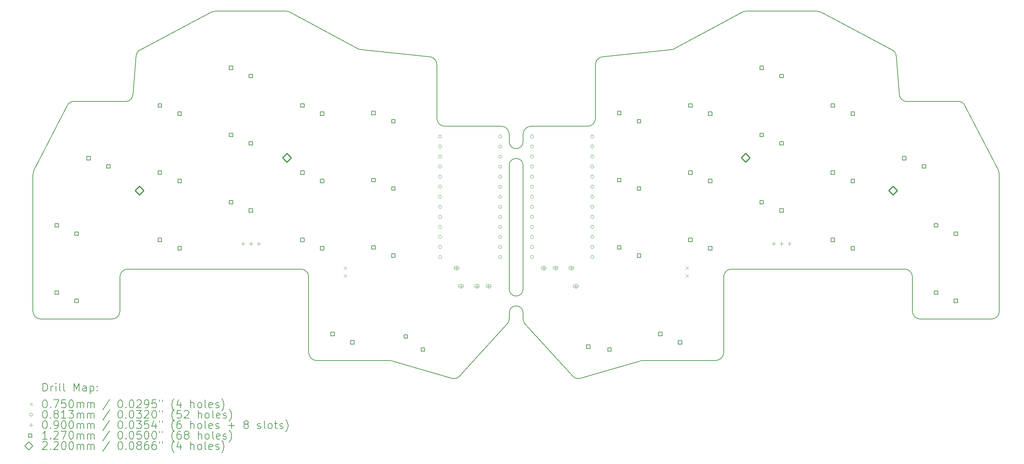
<source format=gbr>
%TF.GenerationSoftware,KiCad,Pcbnew,7.0.9*%
%TF.CreationDate,2024-04-08T09:31:48+08:00*%
%TF.ProjectId,kai_simple_v3,6b61695f-7369-46d7-906c-655f76332e6b,rev?*%
%TF.SameCoordinates,Original*%
%TF.FileFunction,Drillmap*%
%TF.FilePolarity,Positive*%
%FSLAX45Y45*%
G04 Gerber Fmt 4.5, Leading zero omitted, Abs format (unit mm)*
G04 Created by KiCad (PCBNEW 7.0.9) date 2024-04-08 09:31:48*
%MOMM*%
%LPD*%
G01*
G04 APERTURE LIST*
%ADD10C,0.150000*%
%ADD11C,0.200000*%
%ADD12C,0.100000*%
%ADD13C,0.127000*%
%ADD14C,0.220000*%
G04 APERTURE END LIST*
D10*
X24767472Y-12036266D02*
G75*
G03*
X24567425Y-11835476I-200012J776D01*
G01*
X26764057Y-13100879D02*
X24967470Y-13100879D01*
X14983792Y-13228466D02*
X16178728Y-14541839D01*
X16559057Y-8225077D02*
G75*
G03*
X16759057Y-8025079I3J199998D01*
G01*
X14930313Y-8423564D02*
X14930313Y-8614064D01*
X14930313Y-9214064D02*
G75*
G03*
X14580313Y-9214064I-175000J0D01*
G01*
X14930313Y-9531013D02*
X14930313Y-9214064D01*
X26764057Y-13100877D02*
G75*
G03*
X26964057Y-12900879I3J199997D01*
G01*
X2546569Y-12900879D02*
X2546569Y-9437379D01*
X14580313Y-8423564D02*
X14580313Y-8614064D01*
X9513569Y-13948629D02*
X9513569Y-12036532D01*
X4543156Y-13100876D02*
G75*
G03*
X4743155Y-12900089I4J199996D01*
G01*
X5076210Y-7416578D02*
X5152186Y-6451680D01*
X13129536Y-14597755D02*
G75*
G03*
X13331898Y-14541839I55844J192035D01*
G01*
X20559057Y-5314881D02*
G75*
G03*
X20489587Y-5327332I-7J-199980D01*
G01*
X9513568Y-12036532D02*
G75*
G03*
X9313618Y-11836532I-199998J2D01*
G01*
X4876827Y-7600877D02*
G75*
G03*
X5076210Y-7416578I3J199997D01*
G01*
X14526828Y-13228461D02*
G75*
G03*
X14580313Y-13090814I-146528J136151D01*
G01*
X10810764Y-6286100D02*
X12601819Y-6472129D01*
X26964057Y-9437379D02*
X26964057Y-12900879D01*
X11612436Y-14156583D02*
G75*
G03*
X11556591Y-14148629I-55836J-191997D01*
G01*
X14580313Y-8614064D02*
G75*
G03*
X14930313Y-8614064I175000J0D01*
G01*
X16908807Y-6472129D02*
X18699862Y-6286100D01*
X9313618Y-11836532D02*
X4943202Y-11835476D01*
X7151569Y-5314879D02*
X8951569Y-5314879D01*
X24567425Y-11835476D02*
X20197009Y-11836532D01*
X13331898Y-14541839D02*
X14526834Y-13228466D01*
X26075366Y-7661123D02*
G75*
G03*
X25959057Y-7600879I-129306J-107247D01*
G01*
X14930313Y-12943064D02*
G75*
G03*
X14580313Y-12943064I-175000J0D01*
G01*
X15130307Y-8225079D02*
X16559057Y-8225079D01*
X12750662Y-6665476D02*
G75*
G03*
X12601819Y-6472129I-199992J6D01*
G01*
X16908808Y-6472133D02*
G75*
G03*
X16759963Y-6665476I51142J-193337D01*
G01*
X4943202Y-11835473D02*
G75*
G03*
X4743155Y-12036266I-32J-200017D01*
G01*
X14580313Y-12943064D02*
X14580313Y-13090814D01*
X2577492Y-9325606D02*
G75*
G03*
X2546569Y-9437379I266068J-133774D01*
G01*
X24358445Y-6451679D02*
G75*
G03*
X24252601Y-6290604I-199395J-15711D01*
G01*
X14930313Y-12943064D02*
X14930313Y-13090814D01*
X14580313Y-12343064D02*
G75*
G03*
X14930313Y-12343064I175000J0D01*
G01*
X10750569Y-6260379D02*
G75*
G03*
X10810764Y-6286100I139021J242049D01*
G01*
X19797057Y-14148627D02*
G75*
G03*
X19997057Y-13948629I3J199997D01*
G01*
X5258026Y-6290604D02*
X7058026Y-5338104D01*
X14580305Y-8423564D02*
G75*
G03*
X14380319Y-8225079I-199985J-1506D01*
G01*
X17954036Y-14148629D02*
G75*
G03*
X17898190Y-14156584I4J-200021D01*
G01*
X14930313Y-9531013D02*
X14930313Y-12343064D01*
X9513561Y-13948629D02*
G75*
G03*
X9713569Y-14148629I200009J9D01*
G01*
X22452600Y-5338105D02*
G75*
G03*
X22359057Y-5314879I-93540J-176745D01*
G01*
X16178726Y-14541841D02*
G75*
G03*
X16381090Y-14597751I146514J136121D01*
G01*
X15130307Y-8225077D02*
G75*
G03*
X14930313Y-8423564I3J-200003D01*
G01*
X17898190Y-14156584D02*
X16381088Y-14597747D01*
X13129538Y-14597747D02*
X11612436Y-14156584D01*
X4743155Y-12036266D02*
X4743155Y-12900089D01*
X7151569Y-5314881D02*
G75*
G03*
X7058026Y-5338104I-9J-199979D01*
G01*
X12751569Y-8025079D02*
X12750663Y-6665476D01*
X12951569Y-8225079D02*
X14380319Y-8225079D01*
X10750569Y-6260379D02*
X9021040Y-5327332D01*
X20559057Y-5314879D02*
X22359057Y-5314879D01*
X2577491Y-9325606D02*
X3435259Y-7661122D01*
X24633799Y-7600879D02*
X25959057Y-7600879D01*
X26964058Y-9437379D02*
G75*
G03*
X26933135Y-9325606I-296998J-22001D01*
G01*
X19997057Y-12036532D02*
X19997057Y-13948629D01*
X24767472Y-12900089D02*
G75*
G03*
X24967470Y-13100879I199998J-791D01*
G01*
X19797057Y-14148629D02*
X17954036Y-14148629D01*
X3551569Y-7600879D02*
X4876827Y-7600879D01*
X24434409Y-7416579D02*
G75*
G03*
X24633799Y-7600879I199391J15709D01*
G01*
X2546570Y-12900879D02*
G75*
G03*
X2746569Y-13100879I200005J5D01*
G01*
X4543156Y-13100879D02*
X2746569Y-13100879D01*
X16759963Y-6665476D02*
X16759057Y-8025079D01*
X20489587Y-5327332D02*
X18760057Y-6260379D01*
X5258025Y-6290601D02*
G75*
G03*
X5152186Y-6451680I93536J-176769D01*
G01*
X12751561Y-8025079D02*
G75*
G03*
X12951569Y-8225079I200009J9D01*
G01*
X24767472Y-12900089D02*
X24767472Y-12036266D01*
X14580313Y-9214064D02*
X14580313Y-9531013D01*
X14930316Y-13090814D02*
G75*
G03*
X14983796Y-13228463I200034J-1496D01*
G01*
X20197009Y-11836537D02*
G75*
G03*
X19997057Y-12036532I41J-199993D01*
G01*
X18699862Y-6286099D02*
G75*
G03*
X18760057Y-6260379I-78782J267679D01*
G01*
X26075367Y-7661122D02*
X26933135Y-9325606D01*
X3551569Y-7600882D02*
G75*
G03*
X3435259Y-7661122I12991J-167488D01*
G01*
X22452601Y-5338104D02*
X24252601Y-6290604D01*
X9021039Y-5327334D02*
G75*
G03*
X8951569Y-5314879I-69469J-187516D01*
G01*
X24358440Y-6451680D02*
X24434416Y-7416578D01*
X11556591Y-14148629D02*
X9713569Y-14148629D01*
X14580313Y-9531013D02*
X14580313Y-12343064D01*
D11*
D12*
X10398569Y-11769879D02*
X10473569Y-11844879D01*
X10473569Y-11769879D02*
X10398569Y-11844879D01*
X10398569Y-11969879D02*
X10473569Y-12044879D01*
X10473569Y-11969879D02*
X10398569Y-12044879D01*
X19037057Y-11769879D02*
X19112057Y-11844879D01*
X19112057Y-11769879D02*
X19037057Y-11844879D01*
X19037057Y-11969879D02*
X19112057Y-12044879D01*
X19112057Y-11969879D02*
X19037057Y-12044879D01*
X12871739Y-8483279D02*
G75*
G03*
X12871739Y-8483279I-40640J0D01*
G01*
X12873739Y-8737279D02*
G75*
G03*
X12873739Y-8737279I-40640J0D01*
G01*
X12873739Y-8991279D02*
G75*
G03*
X12873739Y-8991279I-40640J0D01*
G01*
X12873739Y-9245279D02*
G75*
G03*
X12873739Y-9245279I-40640J0D01*
G01*
X12873739Y-9499279D02*
G75*
G03*
X12873739Y-9499279I-40640J0D01*
G01*
X12873739Y-9753279D02*
G75*
G03*
X12873739Y-9753279I-40640J0D01*
G01*
X12873739Y-10007279D02*
G75*
G03*
X12873739Y-10007279I-40640J0D01*
G01*
X12873739Y-10261279D02*
G75*
G03*
X12873739Y-10261279I-40640J0D01*
G01*
X12873739Y-10515279D02*
G75*
G03*
X12873739Y-10515279I-40640J0D01*
G01*
X12873739Y-10769279D02*
G75*
G03*
X12873739Y-10769279I-40640J0D01*
G01*
X12873739Y-11023279D02*
G75*
G03*
X12873739Y-11023279I-40640J0D01*
G01*
X12873739Y-11277279D02*
G75*
G03*
X12873739Y-11277279I-40640J0D01*
G01*
X12873739Y-11531279D02*
G75*
G03*
X12873739Y-11531279I-40640J0D01*
G01*
X14395739Y-8483279D02*
G75*
G03*
X14395739Y-8483279I-40640J0D01*
G01*
X14395739Y-8737279D02*
G75*
G03*
X14395739Y-8737279I-40640J0D01*
G01*
X14395739Y-8991279D02*
G75*
G03*
X14395739Y-8991279I-40640J0D01*
G01*
X14395739Y-9245279D02*
G75*
G03*
X14395739Y-9245279I-40640J0D01*
G01*
X14395739Y-9499279D02*
G75*
G03*
X14395739Y-9499279I-40640J0D01*
G01*
X14395739Y-9753279D02*
G75*
G03*
X14395739Y-9753279I-40640J0D01*
G01*
X14395739Y-10007279D02*
G75*
G03*
X14395739Y-10007279I-40640J0D01*
G01*
X14395739Y-10261279D02*
G75*
G03*
X14395739Y-10261279I-40640J0D01*
G01*
X14395739Y-10515279D02*
G75*
G03*
X14395739Y-10515279I-40640J0D01*
G01*
X14395739Y-10769279D02*
G75*
G03*
X14395739Y-10769279I-40640J0D01*
G01*
X14395739Y-11023279D02*
G75*
G03*
X14395739Y-11023279I-40640J0D01*
G01*
X14395739Y-11277279D02*
G75*
G03*
X14395739Y-11277279I-40640J0D01*
G01*
X14395739Y-11531279D02*
G75*
G03*
X14395739Y-11531279I-40640J0D01*
G01*
X15194447Y-8483279D02*
G75*
G03*
X15194447Y-8483279I-40640J0D01*
G01*
X15196447Y-8737279D02*
G75*
G03*
X15196447Y-8737279I-40640J0D01*
G01*
X15196447Y-8991279D02*
G75*
G03*
X15196447Y-8991279I-40640J0D01*
G01*
X15196447Y-9245279D02*
G75*
G03*
X15196447Y-9245279I-40640J0D01*
G01*
X15196447Y-9499279D02*
G75*
G03*
X15196447Y-9499279I-40640J0D01*
G01*
X15196447Y-9753279D02*
G75*
G03*
X15196447Y-9753279I-40640J0D01*
G01*
X15196447Y-10007279D02*
G75*
G03*
X15196447Y-10007279I-40640J0D01*
G01*
X15196447Y-10261279D02*
G75*
G03*
X15196447Y-10261279I-40640J0D01*
G01*
X15196447Y-10515279D02*
G75*
G03*
X15196447Y-10515279I-40640J0D01*
G01*
X15196447Y-10769279D02*
G75*
G03*
X15196447Y-10769279I-40640J0D01*
G01*
X15196447Y-11023279D02*
G75*
G03*
X15196447Y-11023279I-40640J0D01*
G01*
X15196447Y-11277279D02*
G75*
G03*
X15196447Y-11277279I-40640J0D01*
G01*
X15196447Y-11531279D02*
G75*
G03*
X15196447Y-11531279I-40640J0D01*
G01*
X16718447Y-8483279D02*
G75*
G03*
X16718447Y-8483279I-40640J0D01*
G01*
X16718447Y-8737279D02*
G75*
G03*
X16718447Y-8737279I-40640J0D01*
G01*
X16718447Y-8991279D02*
G75*
G03*
X16718447Y-8991279I-40640J0D01*
G01*
X16718447Y-9245279D02*
G75*
G03*
X16718447Y-9245279I-40640J0D01*
G01*
X16718447Y-9499279D02*
G75*
G03*
X16718447Y-9499279I-40640J0D01*
G01*
X16718447Y-9753279D02*
G75*
G03*
X16718447Y-9753279I-40640J0D01*
G01*
X16718447Y-10007279D02*
G75*
G03*
X16718447Y-10007279I-40640J0D01*
G01*
X16718447Y-10261279D02*
G75*
G03*
X16718447Y-10261279I-40640J0D01*
G01*
X16718447Y-10515279D02*
G75*
G03*
X16718447Y-10515279I-40640J0D01*
G01*
X16718447Y-10769279D02*
G75*
G03*
X16718447Y-10769279I-40640J0D01*
G01*
X16718447Y-11023279D02*
G75*
G03*
X16718447Y-11023279I-40640J0D01*
G01*
X16718447Y-11277279D02*
G75*
G03*
X16718447Y-11277279I-40640J0D01*
G01*
X16718447Y-11531279D02*
G75*
G03*
X16718447Y-11531279I-40640J0D01*
G01*
X7851569Y-11148629D02*
X7851569Y-11238629D01*
X7806569Y-11193629D02*
X7896569Y-11193629D01*
X8051569Y-11148629D02*
X8051569Y-11238629D01*
X8006569Y-11193629D02*
X8096569Y-11193629D01*
X8251569Y-11148629D02*
X8251569Y-11238629D01*
X8206569Y-11193629D02*
X8296569Y-11193629D01*
X13250313Y-11762314D02*
X13250313Y-11852314D01*
X13205313Y-11807314D02*
X13295313Y-11807314D01*
X13270313Y-11762314D02*
X13230313Y-11762314D01*
X13230313Y-11762314D02*
G75*
G03*
X13230313Y-11852314I0J-45000D01*
G01*
X13230313Y-11852314D02*
X13270313Y-11852314D01*
X13270313Y-11852314D02*
G75*
G03*
X13270313Y-11762314I0J45000D01*
G01*
X13360313Y-12222314D02*
X13360313Y-12312314D01*
X13315313Y-12267314D02*
X13405313Y-12267314D01*
X13380313Y-12222314D02*
X13340313Y-12222314D01*
X13340313Y-12222314D02*
G75*
G03*
X13340313Y-12312314I0J-45000D01*
G01*
X13340313Y-12312314D02*
X13380313Y-12312314D01*
X13380313Y-12312314D02*
G75*
G03*
X13380313Y-12222314I0J45000D01*
G01*
X13760313Y-12222314D02*
X13760313Y-12312314D01*
X13715313Y-12267314D02*
X13805313Y-12267314D01*
X13780313Y-12222314D02*
X13740313Y-12222314D01*
X13740313Y-12222314D02*
G75*
G03*
X13740313Y-12312314I0J-45000D01*
G01*
X13740313Y-12312314D02*
X13780313Y-12312314D01*
X13780313Y-12312314D02*
G75*
G03*
X13780313Y-12222314I0J45000D01*
G01*
X14060313Y-12222314D02*
X14060313Y-12312314D01*
X14015313Y-12267314D02*
X14105313Y-12267314D01*
X14080313Y-12222314D02*
X14040313Y-12222314D01*
X14040313Y-12222314D02*
G75*
G03*
X14040313Y-12312314I0J-45000D01*
G01*
X14040313Y-12312314D02*
X14080313Y-12312314D01*
X14080313Y-12312314D02*
G75*
G03*
X14080313Y-12222314I0J45000D01*
G01*
X15450313Y-11762314D02*
X15450313Y-11852314D01*
X15405313Y-11807314D02*
X15495313Y-11807314D01*
X15430313Y-11852314D02*
X15470313Y-11852314D01*
X15470313Y-11852314D02*
G75*
G03*
X15470313Y-11762314I0J45000D01*
G01*
X15470313Y-11762314D02*
X15430313Y-11762314D01*
X15430313Y-11762314D02*
G75*
G03*
X15430313Y-11852314I0J-45000D01*
G01*
X15750313Y-11762314D02*
X15750313Y-11852314D01*
X15705313Y-11807314D02*
X15795313Y-11807314D01*
X15730313Y-11852314D02*
X15770313Y-11852314D01*
X15770313Y-11852314D02*
G75*
G03*
X15770313Y-11762314I0J45000D01*
G01*
X15770313Y-11762314D02*
X15730313Y-11762314D01*
X15730313Y-11762314D02*
G75*
G03*
X15730313Y-11852314I0J-45000D01*
G01*
X16150313Y-11762314D02*
X16150313Y-11852314D01*
X16105313Y-11807314D02*
X16195313Y-11807314D01*
X16130313Y-11852314D02*
X16170313Y-11852314D01*
X16170313Y-11852314D02*
G75*
G03*
X16170313Y-11762314I0J45000D01*
G01*
X16170313Y-11762314D02*
X16130313Y-11762314D01*
X16130313Y-11762314D02*
G75*
G03*
X16130313Y-11852314I0J-45000D01*
G01*
X16260313Y-12222314D02*
X16260313Y-12312314D01*
X16215313Y-12267314D02*
X16305313Y-12267314D01*
X16240313Y-12312314D02*
X16280313Y-12312314D01*
X16280313Y-12312314D02*
G75*
G03*
X16280313Y-12222314I0J45000D01*
G01*
X16280313Y-12222314D02*
X16240313Y-12222314D01*
X16240313Y-12222314D02*
G75*
G03*
X16240313Y-12312314I0J-45000D01*
G01*
X21259057Y-11148629D02*
X21259057Y-11238629D01*
X21214057Y-11193629D02*
X21304057Y-11193629D01*
X21459057Y-11148629D02*
X21459057Y-11238629D01*
X21414057Y-11193629D02*
X21504057Y-11193629D01*
X21659057Y-11148629D02*
X21659057Y-11238629D01*
X21614057Y-11193629D02*
X21704057Y-11193629D01*
D13*
X3191471Y-10775781D02*
X3191471Y-10685977D01*
X3101668Y-10685977D01*
X3101668Y-10775781D01*
X3191471Y-10775781D01*
X3191471Y-12475781D02*
X3191471Y-12385977D01*
X3101668Y-12385977D01*
X3101668Y-12475781D01*
X3191471Y-12475781D01*
X3691471Y-10985781D02*
X3691471Y-10895977D01*
X3601668Y-10895977D01*
X3601668Y-10985781D01*
X3691471Y-10985781D01*
X3691471Y-12685781D02*
X3691471Y-12595977D01*
X3601668Y-12595977D01*
X3601668Y-12685781D01*
X3691471Y-12685781D01*
X3996471Y-9075781D02*
X3996471Y-8985977D01*
X3906668Y-8985977D01*
X3906668Y-9075781D01*
X3996471Y-9075781D01*
X4496471Y-9285781D02*
X4496471Y-9195977D01*
X4406668Y-9195977D01*
X4406668Y-9285781D01*
X4496471Y-9285781D01*
X5796471Y-7742281D02*
X5796471Y-7652477D01*
X5706668Y-7652477D01*
X5706668Y-7742281D01*
X5796471Y-7742281D01*
X5796471Y-9442281D02*
X5796471Y-9352477D01*
X5706668Y-9352477D01*
X5706668Y-9442281D01*
X5796471Y-9442281D01*
X5796471Y-11142281D02*
X5796471Y-11052477D01*
X5706668Y-11052477D01*
X5706668Y-11142281D01*
X5796471Y-11142281D01*
X6296471Y-7952281D02*
X6296471Y-7862477D01*
X6206668Y-7862477D01*
X6206668Y-7952281D01*
X6296471Y-7952281D01*
X6296471Y-9652281D02*
X6296471Y-9562477D01*
X6206668Y-9562477D01*
X6206668Y-9652281D01*
X6296471Y-9652281D01*
X6296471Y-11352281D02*
X6296471Y-11262477D01*
X6206668Y-11262477D01*
X6206668Y-11352281D01*
X6296471Y-11352281D01*
X7596471Y-6789781D02*
X7596471Y-6699977D01*
X7506668Y-6699977D01*
X7506668Y-6789781D01*
X7596471Y-6789781D01*
X7596471Y-8489781D02*
X7596471Y-8399977D01*
X7506668Y-8399977D01*
X7506668Y-8489781D01*
X7596471Y-8489781D01*
X7596471Y-10189781D02*
X7596471Y-10099977D01*
X7506668Y-10099977D01*
X7506668Y-10189781D01*
X7596471Y-10189781D01*
X8096471Y-6999781D02*
X8096471Y-6909977D01*
X8006668Y-6909977D01*
X8006668Y-6999781D01*
X8096471Y-6999781D01*
X8096471Y-8699781D02*
X8096471Y-8609977D01*
X8006668Y-8609977D01*
X8006668Y-8699781D01*
X8096471Y-8699781D01*
X8096471Y-10399781D02*
X8096471Y-10309977D01*
X8006668Y-10309977D01*
X8006668Y-10399781D01*
X8096471Y-10399781D01*
X9396471Y-7742281D02*
X9396471Y-7652477D01*
X9306668Y-7652477D01*
X9306668Y-7742281D01*
X9396471Y-7742281D01*
X9396471Y-9442281D02*
X9396471Y-9352477D01*
X9306668Y-9352477D01*
X9306668Y-9442281D01*
X9396471Y-9442281D01*
X9396471Y-11142281D02*
X9396471Y-11052477D01*
X9306668Y-11052477D01*
X9306668Y-11142281D01*
X9396471Y-11142281D01*
X9896471Y-7952281D02*
X9896471Y-7862477D01*
X9806668Y-7862477D01*
X9806668Y-7952281D01*
X9896471Y-7952281D01*
X9896471Y-9652281D02*
X9896471Y-9562477D01*
X9806668Y-9562477D01*
X9806668Y-9652281D01*
X9896471Y-9652281D01*
X9896471Y-11352281D02*
X9896471Y-11262477D01*
X9806668Y-11262477D01*
X9806668Y-11352281D01*
X9896471Y-11352281D01*
X10158471Y-13523531D02*
X10158471Y-13433727D01*
X10068668Y-13433727D01*
X10068668Y-13523531D01*
X10158471Y-13523531D01*
X10658471Y-13733531D02*
X10658471Y-13643727D01*
X10568668Y-13643727D01*
X10568668Y-13733531D01*
X10658471Y-13733531D01*
X11196471Y-7932781D02*
X11196471Y-7842977D01*
X11106668Y-7842977D01*
X11106668Y-7932781D01*
X11196471Y-7932781D01*
X11196471Y-9632781D02*
X11196471Y-9542977D01*
X11106668Y-9542977D01*
X11106668Y-9632781D01*
X11196471Y-9632781D01*
X11196471Y-11332781D02*
X11196471Y-11242977D01*
X11106668Y-11242977D01*
X11106668Y-11332781D01*
X11196471Y-11332781D01*
X11696471Y-8142781D02*
X11696471Y-8052977D01*
X11606668Y-8052977D01*
X11606668Y-8142781D01*
X11696471Y-8142781D01*
X11696471Y-9842781D02*
X11696471Y-9752977D01*
X11606668Y-9752977D01*
X11606668Y-9842781D01*
X11696471Y-9842781D01*
X11696471Y-11542781D02*
X11696471Y-11452977D01*
X11606668Y-11452977D01*
X11606668Y-11542781D01*
X11696471Y-11542781D01*
X12012616Y-13584967D02*
X12012616Y-13495164D01*
X11922813Y-13495164D01*
X11922813Y-13584967D01*
X12012616Y-13584967D01*
X12441227Y-13917221D02*
X12441227Y-13827417D01*
X12351424Y-13827417D01*
X12351424Y-13917221D01*
X12441227Y-13917221D01*
X16621888Y-13843786D02*
X16621888Y-13753983D01*
X16532084Y-13753983D01*
X16532084Y-13843786D01*
X16621888Y-13843786D01*
X17159203Y-13917221D02*
X17159203Y-13827417D01*
X17069399Y-13827417D01*
X17069399Y-13917221D01*
X17159203Y-13917221D01*
X17403959Y-7932781D02*
X17403959Y-7842977D01*
X17314155Y-7842977D01*
X17314155Y-7932781D01*
X17403959Y-7932781D01*
X17403959Y-9632781D02*
X17403959Y-9542977D01*
X17314155Y-9542977D01*
X17314155Y-9632781D01*
X17403959Y-9632781D01*
X17403959Y-11332781D02*
X17403959Y-11242977D01*
X17314155Y-11242977D01*
X17314155Y-11332781D01*
X17403959Y-11332781D01*
X17903959Y-8142781D02*
X17903959Y-8052977D01*
X17814155Y-8052977D01*
X17814155Y-8142781D01*
X17903959Y-8142781D01*
X17903959Y-9842781D02*
X17903959Y-9752977D01*
X17814155Y-9752977D01*
X17814155Y-9842781D01*
X17903959Y-9842781D01*
X17903959Y-11542781D02*
X17903959Y-11452977D01*
X17814155Y-11452977D01*
X17814155Y-11542781D01*
X17903959Y-11542781D01*
X18441959Y-13523531D02*
X18441959Y-13433727D01*
X18352155Y-13433727D01*
X18352155Y-13523531D01*
X18441959Y-13523531D01*
X18941959Y-13733531D02*
X18941959Y-13643727D01*
X18852155Y-13643727D01*
X18852155Y-13733531D01*
X18941959Y-13733531D01*
X19203959Y-7742281D02*
X19203959Y-7652477D01*
X19114155Y-7652477D01*
X19114155Y-7742281D01*
X19203959Y-7742281D01*
X19203959Y-9442281D02*
X19203959Y-9352477D01*
X19114155Y-9352477D01*
X19114155Y-9442281D01*
X19203959Y-9442281D01*
X19203959Y-11142281D02*
X19203959Y-11052477D01*
X19114155Y-11052477D01*
X19114155Y-11142281D01*
X19203959Y-11142281D01*
X19703959Y-7952281D02*
X19703959Y-7862477D01*
X19614155Y-7862477D01*
X19614155Y-7952281D01*
X19703959Y-7952281D01*
X19703959Y-9652281D02*
X19703959Y-9562477D01*
X19614155Y-9562477D01*
X19614155Y-9652281D01*
X19703959Y-9652281D01*
X19703959Y-11352281D02*
X19703959Y-11262477D01*
X19614155Y-11262477D01*
X19614155Y-11352281D01*
X19703959Y-11352281D01*
X21003959Y-6789781D02*
X21003959Y-6699977D01*
X20914155Y-6699977D01*
X20914155Y-6789781D01*
X21003959Y-6789781D01*
X21003959Y-8489781D02*
X21003959Y-8399977D01*
X20914155Y-8399977D01*
X20914155Y-8489781D01*
X21003959Y-8489781D01*
X21003959Y-10189781D02*
X21003959Y-10099977D01*
X20914155Y-10099977D01*
X20914155Y-10189781D01*
X21003959Y-10189781D01*
X21503959Y-6999781D02*
X21503959Y-6909977D01*
X21414155Y-6909977D01*
X21414155Y-6999781D01*
X21503959Y-6999781D01*
X21503959Y-8699781D02*
X21503959Y-8609977D01*
X21414155Y-8609977D01*
X21414155Y-8699781D01*
X21503959Y-8699781D01*
X21503959Y-10399781D02*
X21503959Y-10309977D01*
X21414155Y-10309977D01*
X21414155Y-10399781D01*
X21503959Y-10399781D01*
X22803959Y-7742281D02*
X22803959Y-7652477D01*
X22714155Y-7652477D01*
X22714155Y-7742281D01*
X22803959Y-7742281D01*
X22803959Y-9442281D02*
X22803959Y-9352477D01*
X22714155Y-9352477D01*
X22714155Y-9442281D01*
X22803959Y-9442281D01*
X22803959Y-11142281D02*
X22803959Y-11052477D01*
X22714155Y-11052477D01*
X22714155Y-11142281D01*
X22803959Y-11142281D01*
X23303959Y-7952281D02*
X23303959Y-7862477D01*
X23214155Y-7862477D01*
X23214155Y-7952281D01*
X23303959Y-7952281D01*
X23303959Y-9652281D02*
X23303959Y-9562477D01*
X23214155Y-9562477D01*
X23214155Y-9652281D01*
X23303959Y-9652281D01*
X23303959Y-11352281D02*
X23303959Y-11262477D01*
X23214155Y-11262477D01*
X23214155Y-11352281D01*
X23303959Y-11352281D01*
X24603959Y-9075781D02*
X24603959Y-8985977D01*
X24514155Y-8985977D01*
X24514155Y-9075781D01*
X24603959Y-9075781D01*
X25103959Y-9285781D02*
X25103959Y-9195977D01*
X25014155Y-9195977D01*
X25014155Y-9285781D01*
X25103959Y-9285781D01*
X25408959Y-10775781D02*
X25408959Y-10685977D01*
X25319155Y-10685977D01*
X25319155Y-10775781D01*
X25408959Y-10775781D01*
X25408959Y-12475781D02*
X25408959Y-12385977D01*
X25319155Y-12385977D01*
X25319155Y-12475781D01*
X25408959Y-12475781D01*
X25908959Y-10985781D02*
X25908959Y-10895977D01*
X25819155Y-10895977D01*
X25819155Y-10985781D01*
X25908959Y-10985781D01*
X25908959Y-12685781D02*
X25908959Y-12595977D01*
X25819155Y-12595977D01*
X25819155Y-12685781D01*
X25908959Y-12685781D01*
D14*
X5237725Y-9956447D02*
X5347725Y-9846447D01*
X5237725Y-9736447D01*
X5127725Y-9846447D01*
X5237725Y-9956447D01*
X8957413Y-9131812D02*
X9067413Y-9021812D01*
X8957413Y-8911812D01*
X8847413Y-9021812D01*
X8957413Y-9131812D01*
X20553213Y-9131812D02*
X20663213Y-9021812D01*
X20553213Y-8911812D01*
X20443213Y-9021812D01*
X20553213Y-9131812D01*
X24272901Y-9956447D02*
X24382901Y-9846447D01*
X24272901Y-9736447D01*
X24162901Y-9846447D01*
X24272901Y-9956447D01*
D11*
X2799846Y-14924694D02*
X2799846Y-14724694D01*
X2799846Y-14724694D02*
X2847465Y-14724694D01*
X2847465Y-14724694D02*
X2876037Y-14734218D01*
X2876037Y-14734218D02*
X2895084Y-14753265D01*
X2895084Y-14753265D02*
X2904608Y-14772313D01*
X2904608Y-14772313D02*
X2914132Y-14810408D01*
X2914132Y-14810408D02*
X2914132Y-14838980D01*
X2914132Y-14838980D02*
X2904608Y-14877075D01*
X2904608Y-14877075D02*
X2895084Y-14896122D01*
X2895084Y-14896122D02*
X2876037Y-14915170D01*
X2876037Y-14915170D02*
X2847465Y-14924694D01*
X2847465Y-14924694D02*
X2799846Y-14924694D01*
X2999846Y-14924694D02*
X2999846Y-14791361D01*
X2999846Y-14829456D02*
X3009370Y-14810408D01*
X3009370Y-14810408D02*
X3018894Y-14800884D01*
X3018894Y-14800884D02*
X3037941Y-14791361D01*
X3037941Y-14791361D02*
X3056989Y-14791361D01*
X3123656Y-14924694D02*
X3123656Y-14791361D01*
X3123656Y-14724694D02*
X3114132Y-14734218D01*
X3114132Y-14734218D02*
X3123656Y-14743742D01*
X3123656Y-14743742D02*
X3133179Y-14734218D01*
X3133179Y-14734218D02*
X3123656Y-14724694D01*
X3123656Y-14724694D02*
X3123656Y-14743742D01*
X3247465Y-14924694D02*
X3228417Y-14915170D01*
X3228417Y-14915170D02*
X3218894Y-14896122D01*
X3218894Y-14896122D02*
X3218894Y-14724694D01*
X3352227Y-14924694D02*
X3333179Y-14915170D01*
X3333179Y-14915170D02*
X3323656Y-14896122D01*
X3323656Y-14896122D02*
X3323656Y-14724694D01*
X3580798Y-14924694D02*
X3580798Y-14724694D01*
X3580798Y-14724694D02*
X3647465Y-14867551D01*
X3647465Y-14867551D02*
X3714132Y-14724694D01*
X3714132Y-14724694D02*
X3714132Y-14924694D01*
X3895084Y-14924694D02*
X3895084Y-14819932D01*
X3895084Y-14819932D02*
X3885560Y-14800884D01*
X3885560Y-14800884D02*
X3866513Y-14791361D01*
X3866513Y-14791361D02*
X3828417Y-14791361D01*
X3828417Y-14791361D02*
X3809370Y-14800884D01*
X3895084Y-14915170D02*
X3876037Y-14924694D01*
X3876037Y-14924694D02*
X3828417Y-14924694D01*
X3828417Y-14924694D02*
X3809370Y-14915170D01*
X3809370Y-14915170D02*
X3799846Y-14896122D01*
X3799846Y-14896122D02*
X3799846Y-14877075D01*
X3799846Y-14877075D02*
X3809370Y-14858027D01*
X3809370Y-14858027D02*
X3828417Y-14848503D01*
X3828417Y-14848503D02*
X3876037Y-14848503D01*
X3876037Y-14848503D02*
X3895084Y-14838980D01*
X3990322Y-14791361D02*
X3990322Y-14991361D01*
X3990322Y-14800884D02*
X4009370Y-14791361D01*
X4009370Y-14791361D02*
X4047465Y-14791361D01*
X4047465Y-14791361D02*
X4066513Y-14800884D01*
X4066513Y-14800884D02*
X4076037Y-14810408D01*
X4076037Y-14810408D02*
X4085560Y-14829456D01*
X4085560Y-14829456D02*
X4085560Y-14886599D01*
X4085560Y-14886599D02*
X4076037Y-14905646D01*
X4076037Y-14905646D02*
X4066513Y-14915170D01*
X4066513Y-14915170D02*
X4047465Y-14924694D01*
X4047465Y-14924694D02*
X4009370Y-14924694D01*
X4009370Y-14924694D02*
X3990322Y-14915170D01*
X4171275Y-14905646D02*
X4180798Y-14915170D01*
X4180798Y-14915170D02*
X4171275Y-14924694D01*
X4171275Y-14924694D02*
X4161751Y-14915170D01*
X4161751Y-14915170D02*
X4171275Y-14905646D01*
X4171275Y-14905646D02*
X4171275Y-14924694D01*
X4171275Y-14800884D02*
X4180798Y-14810408D01*
X4180798Y-14810408D02*
X4171275Y-14819932D01*
X4171275Y-14819932D02*
X4161751Y-14810408D01*
X4161751Y-14810408D02*
X4171275Y-14800884D01*
X4171275Y-14800884D02*
X4171275Y-14819932D01*
D12*
X2464069Y-15215710D02*
X2539069Y-15290710D01*
X2539069Y-15215710D02*
X2464069Y-15290710D01*
D11*
X2837941Y-15144694D02*
X2856989Y-15144694D01*
X2856989Y-15144694D02*
X2876037Y-15154218D01*
X2876037Y-15154218D02*
X2885560Y-15163742D01*
X2885560Y-15163742D02*
X2895084Y-15182789D01*
X2895084Y-15182789D02*
X2904608Y-15220884D01*
X2904608Y-15220884D02*
X2904608Y-15268503D01*
X2904608Y-15268503D02*
X2895084Y-15306599D01*
X2895084Y-15306599D02*
X2885560Y-15325646D01*
X2885560Y-15325646D02*
X2876037Y-15335170D01*
X2876037Y-15335170D02*
X2856989Y-15344694D01*
X2856989Y-15344694D02*
X2837941Y-15344694D01*
X2837941Y-15344694D02*
X2818894Y-15335170D01*
X2818894Y-15335170D02*
X2809370Y-15325646D01*
X2809370Y-15325646D02*
X2799846Y-15306599D01*
X2799846Y-15306599D02*
X2790322Y-15268503D01*
X2790322Y-15268503D02*
X2790322Y-15220884D01*
X2790322Y-15220884D02*
X2799846Y-15182789D01*
X2799846Y-15182789D02*
X2809370Y-15163742D01*
X2809370Y-15163742D02*
X2818894Y-15154218D01*
X2818894Y-15154218D02*
X2837941Y-15144694D01*
X2990322Y-15325646D02*
X2999846Y-15335170D01*
X2999846Y-15335170D02*
X2990322Y-15344694D01*
X2990322Y-15344694D02*
X2980798Y-15335170D01*
X2980798Y-15335170D02*
X2990322Y-15325646D01*
X2990322Y-15325646D02*
X2990322Y-15344694D01*
X3066513Y-15144694D02*
X3199846Y-15144694D01*
X3199846Y-15144694D02*
X3114132Y-15344694D01*
X3371275Y-15144694D02*
X3276037Y-15144694D01*
X3276037Y-15144694D02*
X3266513Y-15239932D01*
X3266513Y-15239932D02*
X3276037Y-15230408D01*
X3276037Y-15230408D02*
X3295084Y-15220884D01*
X3295084Y-15220884D02*
X3342703Y-15220884D01*
X3342703Y-15220884D02*
X3361751Y-15230408D01*
X3361751Y-15230408D02*
X3371275Y-15239932D01*
X3371275Y-15239932D02*
X3380798Y-15258980D01*
X3380798Y-15258980D02*
X3380798Y-15306599D01*
X3380798Y-15306599D02*
X3371275Y-15325646D01*
X3371275Y-15325646D02*
X3361751Y-15335170D01*
X3361751Y-15335170D02*
X3342703Y-15344694D01*
X3342703Y-15344694D02*
X3295084Y-15344694D01*
X3295084Y-15344694D02*
X3276037Y-15335170D01*
X3276037Y-15335170D02*
X3266513Y-15325646D01*
X3504608Y-15144694D02*
X3523656Y-15144694D01*
X3523656Y-15144694D02*
X3542703Y-15154218D01*
X3542703Y-15154218D02*
X3552227Y-15163742D01*
X3552227Y-15163742D02*
X3561751Y-15182789D01*
X3561751Y-15182789D02*
X3571275Y-15220884D01*
X3571275Y-15220884D02*
X3571275Y-15268503D01*
X3571275Y-15268503D02*
X3561751Y-15306599D01*
X3561751Y-15306599D02*
X3552227Y-15325646D01*
X3552227Y-15325646D02*
X3542703Y-15335170D01*
X3542703Y-15335170D02*
X3523656Y-15344694D01*
X3523656Y-15344694D02*
X3504608Y-15344694D01*
X3504608Y-15344694D02*
X3485560Y-15335170D01*
X3485560Y-15335170D02*
X3476037Y-15325646D01*
X3476037Y-15325646D02*
X3466513Y-15306599D01*
X3466513Y-15306599D02*
X3456989Y-15268503D01*
X3456989Y-15268503D02*
X3456989Y-15220884D01*
X3456989Y-15220884D02*
X3466513Y-15182789D01*
X3466513Y-15182789D02*
X3476037Y-15163742D01*
X3476037Y-15163742D02*
X3485560Y-15154218D01*
X3485560Y-15154218D02*
X3504608Y-15144694D01*
X3656989Y-15344694D02*
X3656989Y-15211361D01*
X3656989Y-15230408D02*
X3666513Y-15220884D01*
X3666513Y-15220884D02*
X3685560Y-15211361D01*
X3685560Y-15211361D02*
X3714132Y-15211361D01*
X3714132Y-15211361D02*
X3733179Y-15220884D01*
X3733179Y-15220884D02*
X3742703Y-15239932D01*
X3742703Y-15239932D02*
X3742703Y-15344694D01*
X3742703Y-15239932D02*
X3752227Y-15220884D01*
X3752227Y-15220884D02*
X3771275Y-15211361D01*
X3771275Y-15211361D02*
X3799846Y-15211361D01*
X3799846Y-15211361D02*
X3818894Y-15220884D01*
X3818894Y-15220884D02*
X3828418Y-15239932D01*
X3828418Y-15239932D02*
X3828418Y-15344694D01*
X3923656Y-15344694D02*
X3923656Y-15211361D01*
X3923656Y-15230408D02*
X3933179Y-15220884D01*
X3933179Y-15220884D02*
X3952227Y-15211361D01*
X3952227Y-15211361D02*
X3980799Y-15211361D01*
X3980799Y-15211361D02*
X3999846Y-15220884D01*
X3999846Y-15220884D02*
X4009370Y-15239932D01*
X4009370Y-15239932D02*
X4009370Y-15344694D01*
X4009370Y-15239932D02*
X4018894Y-15220884D01*
X4018894Y-15220884D02*
X4037941Y-15211361D01*
X4037941Y-15211361D02*
X4066513Y-15211361D01*
X4066513Y-15211361D02*
X4085560Y-15220884D01*
X4085560Y-15220884D02*
X4095084Y-15239932D01*
X4095084Y-15239932D02*
X4095084Y-15344694D01*
X4485561Y-15135170D02*
X4314132Y-15392313D01*
X4742703Y-15144694D02*
X4761751Y-15144694D01*
X4761751Y-15144694D02*
X4780799Y-15154218D01*
X4780799Y-15154218D02*
X4790323Y-15163742D01*
X4790323Y-15163742D02*
X4799846Y-15182789D01*
X4799846Y-15182789D02*
X4809370Y-15220884D01*
X4809370Y-15220884D02*
X4809370Y-15268503D01*
X4809370Y-15268503D02*
X4799846Y-15306599D01*
X4799846Y-15306599D02*
X4790323Y-15325646D01*
X4790323Y-15325646D02*
X4780799Y-15335170D01*
X4780799Y-15335170D02*
X4761751Y-15344694D01*
X4761751Y-15344694D02*
X4742703Y-15344694D01*
X4742703Y-15344694D02*
X4723656Y-15335170D01*
X4723656Y-15335170D02*
X4714132Y-15325646D01*
X4714132Y-15325646D02*
X4704608Y-15306599D01*
X4704608Y-15306599D02*
X4695084Y-15268503D01*
X4695084Y-15268503D02*
X4695084Y-15220884D01*
X4695084Y-15220884D02*
X4704608Y-15182789D01*
X4704608Y-15182789D02*
X4714132Y-15163742D01*
X4714132Y-15163742D02*
X4723656Y-15154218D01*
X4723656Y-15154218D02*
X4742703Y-15144694D01*
X4895084Y-15325646D02*
X4904608Y-15335170D01*
X4904608Y-15335170D02*
X4895084Y-15344694D01*
X4895084Y-15344694D02*
X4885561Y-15335170D01*
X4885561Y-15335170D02*
X4895084Y-15325646D01*
X4895084Y-15325646D02*
X4895084Y-15344694D01*
X5028418Y-15144694D02*
X5047465Y-15144694D01*
X5047465Y-15144694D02*
X5066513Y-15154218D01*
X5066513Y-15154218D02*
X5076037Y-15163742D01*
X5076037Y-15163742D02*
X5085561Y-15182789D01*
X5085561Y-15182789D02*
X5095084Y-15220884D01*
X5095084Y-15220884D02*
X5095084Y-15268503D01*
X5095084Y-15268503D02*
X5085561Y-15306599D01*
X5085561Y-15306599D02*
X5076037Y-15325646D01*
X5076037Y-15325646D02*
X5066513Y-15335170D01*
X5066513Y-15335170D02*
X5047465Y-15344694D01*
X5047465Y-15344694D02*
X5028418Y-15344694D01*
X5028418Y-15344694D02*
X5009370Y-15335170D01*
X5009370Y-15335170D02*
X4999846Y-15325646D01*
X4999846Y-15325646D02*
X4990323Y-15306599D01*
X4990323Y-15306599D02*
X4980799Y-15268503D01*
X4980799Y-15268503D02*
X4980799Y-15220884D01*
X4980799Y-15220884D02*
X4990323Y-15182789D01*
X4990323Y-15182789D02*
X4999846Y-15163742D01*
X4999846Y-15163742D02*
X5009370Y-15154218D01*
X5009370Y-15154218D02*
X5028418Y-15144694D01*
X5171275Y-15163742D02*
X5180799Y-15154218D01*
X5180799Y-15154218D02*
X5199846Y-15144694D01*
X5199846Y-15144694D02*
X5247465Y-15144694D01*
X5247465Y-15144694D02*
X5266513Y-15154218D01*
X5266513Y-15154218D02*
X5276037Y-15163742D01*
X5276037Y-15163742D02*
X5285561Y-15182789D01*
X5285561Y-15182789D02*
X5285561Y-15201837D01*
X5285561Y-15201837D02*
X5276037Y-15230408D01*
X5276037Y-15230408D02*
X5161751Y-15344694D01*
X5161751Y-15344694D02*
X5285561Y-15344694D01*
X5380799Y-15344694D02*
X5418894Y-15344694D01*
X5418894Y-15344694D02*
X5437942Y-15335170D01*
X5437942Y-15335170D02*
X5447465Y-15325646D01*
X5447465Y-15325646D02*
X5466513Y-15297075D01*
X5466513Y-15297075D02*
X5476037Y-15258980D01*
X5476037Y-15258980D02*
X5476037Y-15182789D01*
X5476037Y-15182789D02*
X5466513Y-15163742D01*
X5466513Y-15163742D02*
X5456989Y-15154218D01*
X5456989Y-15154218D02*
X5437942Y-15144694D01*
X5437942Y-15144694D02*
X5399846Y-15144694D01*
X5399846Y-15144694D02*
X5380799Y-15154218D01*
X5380799Y-15154218D02*
X5371275Y-15163742D01*
X5371275Y-15163742D02*
X5361751Y-15182789D01*
X5361751Y-15182789D02*
X5361751Y-15230408D01*
X5361751Y-15230408D02*
X5371275Y-15249456D01*
X5371275Y-15249456D02*
X5380799Y-15258980D01*
X5380799Y-15258980D02*
X5399846Y-15268503D01*
X5399846Y-15268503D02*
X5437942Y-15268503D01*
X5437942Y-15268503D02*
X5456989Y-15258980D01*
X5456989Y-15258980D02*
X5466513Y-15249456D01*
X5466513Y-15249456D02*
X5476037Y-15230408D01*
X5656989Y-15144694D02*
X5561751Y-15144694D01*
X5561751Y-15144694D02*
X5552227Y-15239932D01*
X5552227Y-15239932D02*
X5561751Y-15230408D01*
X5561751Y-15230408D02*
X5580799Y-15220884D01*
X5580799Y-15220884D02*
X5628418Y-15220884D01*
X5628418Y-15220884D02*
X5647465Y-15230408D01*
X5647465Y-15230408D02*
X5656989Y-15239932D01*
X5656989Y-15239932D02*
X5666513Y-15258980D01*
X5666513Y-15258980D02*
X5666513Y-15306599D01*
X5666513Y-15306599D02*
X5656989Y-15325646D01*
X5656989Y-15325646D02*
X5647465Y-15335170D01*
X5647465Y-15335170D02*
X5628418Y-15344694D01*
X5628418Y-15344694D02*
X5580799Y-15344694D01*
X5580799Y-15344694D02*
X5561751Y-15335170D01*
X5561751Y-15335170D02*
X5552227Y-15325646D01*
X5742703Y-15144694D02*
X5742703Y-15182789D01*
X5818894Y-15144694D02*
X5818894Y-15182789D01*
X6114132Y-15420884D02*
X6104608Y-15411361D01*
X6104608Y-15411361D02*
X6085561Y-15382789D01*
X6085561Y-15382789D02*
X6076037Y-15363742D01*
X6076037Y-15363742D02*
X6066513Y-15335170D01*
X6066513Y-15335170D02*
X6056989Y-15287551D01*
X6056989Y-15287551D02*
X6056989Y-15249456D01*
X6056989Y-15249456D02*
X6066513Y-15201837D01*
X6066513Y-15201837D02*
X6076037Y-15173265D01*
X6076037Y-15173265D02*
X6085561Y-15154218D01*
X6085561Y-15154218D02*
X6104608Y-15125646D01*
X6104608Y-15125646D02*
X6114132Y-15116122D01*
X6276037Y-15211361D02*
X6276037Y-15344694D01*
X6228418Y-15135170D02*
X6180799Y-15278027D01*
X6180799Y-15278027D02*
X6304608Y-15278027D01*
X6533180Y-15344694D02*
X6533180Y-15144694D01*
X6618894Y-15344694D02*
X6618894Y-15239932D01*
X6618894Y-15239932D02*
X6609370Y-15220884D01*
X6609370Y-15220884D02*
X6590323Y-15211361D01*
X6590323Y-15211361D02*
X6561751Y-15211361D01*
X6561751Y-15211361D02*
X6542704Y-15220884D01*
X6542704Y-15220884D02*
X6533180Y-15230408D01*
X6742704Y-15344694D02*
X6723656Y-15335170D01*
X6723656Y-15335170D02*
X6714132Y-15325646D01*
X6714132Y-15325646D02*
X6704608Y-15306599D01*
X6704608Y-15306599D02*
X6704608Y-15249456D01*
X6704608Y-15249456D02*
X6714132Y-15230408D01*
X6714132Y-15230408D02*
X6723656Y-15220884D01*
X6723656Y-15220884D02*
X6742704Y-15211361D01*
X6742704Y-15211361D02*
X6771275Y-15211361D01*
X6771275Y-15211361D02*
X6790323Y-15220884D01*
X6790323Y-15220884D02*
X6799846Y-15230408D01*
X6799846Y-15230408D02*
X6809370Y-15249456D01*
X6809370Y-15249456D02*
X6809370Y-15306599D01*
X6809370Y-15306599D02*
X6799846Y-15325646D01*
X6799846Y-15325646D02*
X6790323Y-15335170D01*
X6790323Y-15335170D02*
X6771275Y-15344694D01*
X6771275Y-15344694D02*
X6742704Y-15344694D01*
X6923656Y-15344694D02*
X6904608Y-15335170D01*
X6904608Y-15335170D02*
X6895085Y-15316122D01*
X6895085Y-15316122D02*
X6895085Y-15144694D01*
X7076037Y-15335170D02*
X7056989Y-15344694D01*
X7056989Y-15344694D02*
X7018894Y-15344694D01*
X7018894Y-15344694D02*
X6999846Y-15335170D01*
X6999846Y-15335170D02*
X6990323Y-15316122D01*
X6990323Y-15316122D02*
X6990323Y-15239932D01*
X6990323Y-15239932D02*
X6999846Y-15220884D01*
X6999846Y-15220884D02*
X7018894Y-15211361D01*
X7018894Y-15211361D02*
X7056989Y-15211361D01*
X7056989Y-15211361D02*
X7076037Y-15220884D01*
X7076037Y-15220884D02*
X7085561Y-15239932D01*
X7085561Y-15239932D02*
X7085561Y-15258980D01*
X7085561Y-15258980D02*
X6990323Y-15278027D01*
X7161751Y-15335170D02*
X7180799Y-15344694D01*
X7180799Y-15344694D02*
X7218894Y-15344694D01*
X7218894Y-15344694D02*
X7237942Y-15335170D01*
X7237942Y-15335170D02*
X7247466Y-15316122D01*
X7247466Y-15316122D02*
X7247466Y-15306599D01*
X7247466Y-15306599D02*
X7237942Y-15287551D01*
X7237942Y-15287551D02*
X7218894Y-15278027D01*
X7218894Y-15278027D02*
X7190323Y-15278027D01*
X7190323Y-15278027D02*
X7171275Y-15268503D01*
X7171275Y-15268503D02*
X7161751Y-15249456D01*
X7161751Y-15249456D02*
X7161751Y-15239932D01*
X7161751Y-15239932D02*
X7171275Y-15220884D01*
X7171275Y-15220884D02*
X7190323Y-15211361D01*
X7190323Y-15211361D02*
X7218894Y-15211361D01*
X7218894Y-15211361D02*
X7237942Y-15220884D01*
X7314132Y-15420884D02*
X7323656Y-15411361D01*
X7323656Y-15411361D02*
X7342704Y-15382789D01*
X7342704Y-15382789D02*
X7352227Y-15363742D01*
X7352227Y-15363742D02*
X7361751Y-15335170D01*
X7361751Y-15335170D02*
X7371275Y-15287551D01*
X7371275Y-15287551D02*
X7371275Y-15249456D01*
X7371275Y-15249456D02*
X7361751Y-15201837D01*
X7361751Y-15201837D02*
X7352227Y-15173265D01*
X7352227Y-15173265D02*
X7342704Y-15154218D01*
X7342704Y-15154218D02*
X7323656Y-15125646D01*
X7323656Y-15125646D02*
X7314132Y-15116122D01*
D12*
X2539069Y-15517210D02*
G75*
G03*
X2539069Y-15517210I-40640J0D01*
G01*
D11*
X2837941Y-15408694D02*
X2856989Y-15408694D01*
X2856989Y-15408694D02*
X2876037Y-15418218D01*
X2876037Y-15418218D02*
X2885560Y-15427742D01*
X2885560Y-15427742D02*
X2895084Y-15446789D01*
X2895084Y-15446789D02*
X2904608Y-15484884D01*
X2904608Y-15484884D02*
X2904608Y-15532503D01*
X2904608Y-15532503D02*
X2895084Y-15570599D01*
X2895084Y-15570599D02*
X2885560Y-15589646D01*
X2885560Y-15589646D02*
X2876037Y-15599170D01*
X2876037Y-15599170D02*
X2856989Y-15608694D01*
X2856989Y-15608694D02*
X2837941Y-15608694D01*
X2837941Y-15608694D02*
X2818894Y-15599170D01*
X2818894Y-15599170D02*
X2809370Y-15589646D01*
X2809370Y-15589646D02*
X2799846Y-15570599D01*
X2799846Y-15570599D02*
X2790322Y-15532503D01*
X2790322Y-15532503D02*
X2790322Y-15484884D01*
X2790322Y-15484884D02*
X2799846Y-15446789D01*
X2799846Y-15446789D02*
X2809370Y-15427742D01*
X2809370Y-15427742D02*
X2818894Y-15418218D01*
X2818894Y-15418218D02*
X2837941Y-15408694D01*
X2990322Y-15589646D02*
X2999846Y-15599170D01*
X2999846Y-15599170D02*
X2990322Y-15608694D01*
X2990322Y-15608694D02*
X2980798Y-15599170D01*
X2980798Y-15599170D02*
X2990322Y-15589646D01*
X2990322Y-15589646D02*
X2990322Y-15608694D01*
X3114132Y-15494408D02*
X3095084Y-15484884D01*
X3095084Y-15484884D02*
X3085560Y-15475361D01*
X3085560Y-15475361D02*
X3076037Y-15456313D01*
X3076037Y-15456313D02*
X3076037Y-15446789D01*
X3076037Y-15446789D02*
X3085560Y-15427742D01*
X3085560Y-15427742D02*
X3095084Y-15418218D01*
X3095084Y-15418218D02*
X3114132Y-15408694D01*
X3114132Y-15408694D02*
X3152227Y-15408694D01*
X3152227Y-15408694D02*
X3171275Y-15418218D01*
X3171275Y-15418218D02*
X3180798Y-15427742D01*
X3180798Y-15427742D02*
X3190322Y-15446789D01*
X3190322Y-15446789D02*
X3190322Y-15456313D01*
X3190322Y-15456313D02*
X3180798Y-15475361D01*
X3180798Y-15475361D02*
X3171275Y-15484884D01*
X3171275Y-15484884D02*
X3152227Y-15494408D01*
X3152227Y-15494408D02*
X3114132Y-15494408D01*
X3114132Y-15494408D02*
X3095084Y-15503932D01*
X3095084Y-15503932D02*
X3085560Y-15513456D01*
X3085560Y-15513456D02*
X3076037Y-15532503D01*
X3076037Y-15532503D02*
X3076037Y-15570599D01*
X3076037Y-15570599D02*
X3085560Y-15589646D01*
X3085560Y-15589646D02*
X3095084Y-15599170D01*
X3095084Y-15599170D02*
X3114132Y-15608694D01*
X3114132Y-15608694D02*
X3152227Y-15608694D01*
X3152227Y-15608694D02*
X3171275Y-15599170D01*
X3171275Y-15599170D02*
X3180798Y-15589646D01*
X3180798Y-15589646D02*
X3190322Y-15570599D01*
X3190322Y-15570599D02*
X3190322Y-15532503D01*
X3190322Y-15532503D02*
X3180798Y-15513456D01*
X3180798Y-15513456D02*
X3171275Y-15503932D01*
X3171275Y-15503932D02*
X3152227Y-15494408D01*
X3380798Y-15608694D02*
X3266513Y-15608694D01*
X3323656Y-15608694D02*
X3323656Y-15408694D01*
X3323656Y-15408694D02*
X3304608Y-15437265D01*
X3304608Y-15437265D02*
X3285560Y-15456313D01*
X3285560Y-15456313D02*
X3266513Y-15465837D01*
X3447465Y-15408694D02*
X3571275Y-15408694D01*
X3571275Y-15408694D02*
X3504608Y-15484884D01*
X3504608Y-15484884D02*
X3533179Y-15484884D01*
X3533179Y-15484884D02*
X3552227Y-15494408D01*
X3552227Y-15494408D02*
X3561751Y-15503932D01*
X3561751Y-15503932D02*
X3571275Y-15522980D01*
X3571275Y-15522980D02*
X3571275Y-15570599D01*
X3571275Y-15570599D02*
X3561751Y-15589646D01*
X3561751Y-15589646D02*
X3552227Y-15599170D01*
X3552227Y-15599170D02*
X3533179Y-15608694D01*
X3533179Y-15608694D02*
X3476037Y-15608694D01*
X3476037Y-15608694D02*
X3456989Y-15599170D01*
X3456989Y-15599170D02*
X3447465Y-15589646D01*
X3656989Y-15608694D02*
X3656989Y-15475361D01*
X3656989Y-15494408D02*
X3666513Y-15484884D01*
X3666513Y-15484884D02*
X3685560Y-15475361D01*
X3685560Y-15475361D02*
X3714132Y-15475361D01*
X3714132Y-15475361D02*
X3733179Y-15484884D01*
X3733179Y-15484884D02*
X3742703Y-15503932D01*
X3742703Y-15503932D02*
X3742703Y-15608694D01*
X3742703Y-15503932D02*
X3752227Y-15484884D01*
X3752227Y-15484884D02*
X3771275Y-15475361D01*
X3771275Y-15475361D02*
X3799846Y-15475361D01*
X3799846Y-15475361D02*
X3818894Y-15484884D01*
X3818894Y-15484884D02*
X3828418Y-15503932D01*
X3828418Y-15503932D02*
X3828418Y-15608694D01*
X3923656Y-15608694D02*
X3923656Y-15475361D01*
X3923656Y-15494408D02*
X3933179Y-15484884D01*
X3933179Y-15484884D02*
X3952227Y-15475361D01*
X3952227Y-15475361D02*
X3980799Y-15475361D01*
X3980799Y-15475361D02*
X3999846Y-15484884D01*
X3999846Y-15484884D02*
X4009370Y-15503932D01*
X4009370Y-15503932D02*
X4009370Y-15608694D01*
X4009370Y-15503932D02*
X4018894Y-15484884D01*
X4018894Y-15484884D02*
X4037941Y-15475361D01*
X4037941Y-15475361D02*
X4066513Y-15475361D01*
X4066513Y-15475361D02*
X4085560Y-15484884D01*
X4085560Y-15484884D02*
X4095084Y-15503932D01*
X4095084Y-15503932D02*
X4095084Y-15608694D01*
X4485561Y-15399170D02*
X4314132Y-15656313D01*
X4742703Y-15408694D02*
X4761751Y-15408694D01*
X4761751Y-15408694D02*
X4780799Y-15418218D01*
X4780799Y-15418218D02*
X4790323Y-15427742D01*
X4790323Y-15427742D02*
X4799846Y-15446789D01*
X4799846Y-15446789D02*
X4809370Y-15484884D01*
X4809370Y-15484884D02*
X4809370Y-15532503D01*
X4809370Y-15532503D02*
X4799846Y-15570599D01*
X4799846Y-15570599D02*
X4790323Y-15589646D01*
X4790323Y-15589646D02*
X4780799Y-15599170D01*
X4780799Y-15599170D02*
X4761751Y-15608694D01*
X4761751Y-15608694D02*
X4742703Y-15608694D01*
X4742703Y-15608694D02*
X4723656Y-15599170D01*
X4723656Y-15599170D02*
X4714132Y-15589646D01*
X4714132Y-15589646D02*
X4704608Y-15570599D01*
X4704608Y-15570599D02*
X4695084Y-15532503D01*
X4695084Y-15532503D02*
X4695084Y-15484884D01*
X4695084Y-15484884D02*
X4704608Y-15446789D01*
X4704608Y-15446789D02*
X4714132Y-15427742D01*
X4714132Y-15427742D02*
X4723656Y-15418218D01*
X4723656Y-15418218D02*
X4742703Y-15408694D01*
X4895084Y-15589646D02*
X4904608Y-15599170D01*
X4904608Y-15599170D02*
X4895084Y-15608694D01*
X4895084Y-15608694D02*
X4885561Y-15599170D01*
X4885561Y-15599170D02*
X4895084Y-15589646D01*
X4895084Y-15589646D02*
X4895084Y-15608694D01*
X5028418Y-15408694D02*
X5047465Y-15408694D01*
X5047465Y-15408694D02*
X5066513Y-15418218D01*
X5066513Y-15418218D02*
X5076037Y-15427742D01*
X5076037Y-15427742D02*
X5085561Y-15446789D01*
X5085561Y-15446789D02*
X5095084Y-15484884D01*
X5095084Y-15484884D02*
X5095084Y-15532503D01*
X5095084Y-15532503D02*
X5085561Y-15570599D01*
X5085561Y-15570599D02*
X5076037Y-15589646D01*
X5076037Y-15589646D02*
X5066513Y-15599170D01*
X5066513Y-15599170D02*
X5047465Y-15608694D01*
X5047465Y-15608694D02*
X5028418Y-15608694D01*
X5028418Y-15608694D02*
X5009370Y-15599170D01*
X5009370Y-15599170D02*
X4999846Y-15589646D01*
X4999846Y-15589646D02*
X4990323Y-15570599D01*
X4990323Y-15570599D02*
X4980799Y-15532503D01*
X4980799Y-15532503D02*
X4980799Y-15484884D01*
X4980799Y-15484884D02*
X4990323Y-15446789D01*
X4990323Y-15446789D02*
X4999846Y-15427742D01*
X4999846Y-15427742D02*
X5009370Y-15418218D01*
X5009370Y-15418218D02*
X5028418Y-15408694D01*
X5161751Y-15408694D02*
X5285561Y-15408694D01*
X5285561Y-15408694D02*
X5218894Y-15484884D01*
X5218894Y-15484884D02*
X5247465Y-15484884D01*
X5247465Y-15484884D02*
X5266513Y-15494408D01*
X5266513Y-15494408D02*
X5276037Y-15503932D01*
X5276037Y-15503932D02*
X5285561Y-15522980D01*
X5285561Y-15522980D02*
X5285561Y-15570599D01*
X5285561Y-15570599D02*
X5276037Y-15589646D01*
X5276037Y-15589646D02*
X5266513Y-15599170D01*
X5266513Y-15599170D02*
X5247465Y-15608694D01*
X5247465Y-15608694D02*
X5190323Y-15608694D01*
X5190323Y-15608694D02*
X5171275Y-15599170D01*
X5171275Y-15599170D02*
X5161751Y-15589646D01*
X5361751Y-15427742D02*
X5371275Y-15418218D01*
X5371275Y-15418218D02*
X5390323Y-15408694D01*
X5390323Y-15408694D02*
X5437942Y-15408694D01*
X5437942Y-15408694D02*
X5456989Y-15418218D01*
X5456989Y-15418218D02*
X5466513Y-15427742D01*
X5466513Y-15427742D02*
X5476037Y-15446789D01*
X5476037Y-15446789D02*
X5476037Y-15465837D01*
X5476037Y-15465837D02*
X5466513Y-15494408D01*
X5466513Y-15494408D02*
X5352227Y-15608694D01*
X5352227Y-15608694D02*
X5476037Y-15608694D01*
X5599846Y-15408694D02*
X5618894Y-15408694D01*
X5618894Y-15408694D02*
X5637942Y-15418218D01*
X5637942Y-15418218D02*
X5647465Y-15427742D01*
X5647465Y-15427742D02*
X5656989Y-15446789D01*
X5656989Y-15446789D02*
X5666513Y-15484884D01*
X5666513Y-15484884D02*
X5666513Y-15532503D01*
X5666513Y-15532503D02*
X5656989Y-15570599D01*
X5656989Y-15570599D02*
X5647465Y-15589646D01*
X5647465Y-15589646D02*
X5637942Y-15599170D01*
X5637942Y-15599170D02*
X5618894Y-15608694D01*
X5618894Y-15608694D02*
X5599846Y-15608694D01*
X5599846Y-15608694D02*
X5580799Y-15599170D01*
X5580799Y-15599170D02*
X5571275Y-15589646D01*
X5571275Y-15589646D02*
X5561751Y-15570599D01*
X5561751Y-15570599D02*
X5552227Y-15532503D01*
X5552227Y-15532503D02*
X5552227Y-15484884D01*
X5552227Y-15484884D02*
X5561751Y-15446789D01*
X5561751Y-15446789D02*
X5571275Y-15427742D01*
X5571275Y-15427742D02*
X5580799Y-15418218D01*
X5580799Y-15418218D02*
X5599846Y-15408694D01*
X5742703Y-15408694D02*
X5742703Y-15446789D01*
X5818894Y-15408694D02*
X5818894Y-15446789D01*
X6114132Y-15684884D02*
X6104608Y-15675361D01*
X6104608Y-15675361D02*
X6085561Y-15646789D01*
X6085561Y-15646789D02*
X6076037Y-15627742D01*
X6076037Y-15627742D02*
X6066513Y-15599170D01*
X6066513Y-15599170D02*
X6056989Y-15551551D01*
X6056989Y-15551551D02*
X6056989Y-15513456D01*
X6056989Y-15513456D02*
X6066513Y-15465837D01*
X6066513Y-15465837D02*
X6076037Y-15437265D01*
X6076037Y-15437265D02*
X6085561Y-15418218D01*
X6085561Y-15418218D02*
X6104608Y-15389646D01*
X6104608Y-15389646D02*
X6114132Y-15380122D01*
X6285561Y-15408694D02*
X6190323Y-15408694D01*
X6190323Y-15408694D02*
X6180799Y-15503932D01*
X6180799Y-15503932D02*
X6190323Y-15494408D01*
X6190323Y-15494408D02*
X6209370Y-15484884D01*
X6209370Y-15484884D02*
X6256989Y-15484884D01*
X6256989Y-15484884D02*
X6276037Y-15494408D01*
X6276037Y-15494408D02*
X6285561Y-15503932D01*
X6285561Y-15503932D02*
X6295084Y-15522980D01*
X6295084Y-15522980D02*
X6295084Y-15570599D01*
X6295084Y-15570599D02*
X6285561Y-15589646D01*
X6285561Y-15589646D02*
X6276037Y-15599170D01*
X6276037Y-15599170D02*
X6256989Y-15608694D01*
X6256989Y-15608694D02*
X6209370Y-15608694D01*
X6209370Y-15608694D02*
X6190323Y-15599170D01*
X6190323Y-15599170D02*
X6180799Y-15589646D01*
X6371275Y-15427742D02*
X6380799Y-15418218D01*
X6380799Y-15418218D02*
X6399846Y-15408694D01*
X6399846Y-15408694D02*
X6447465Y-15408694D01*
X6447465Y-15408694D02*
X6466513Y-15418218D01*
X6466513Y-15418218D02*
X6476037Y-15427742D01*
X6476037Y-15427742D02*
X6485561Y-15446789D01*
X6485561Y-15446789D02*
X6485561Y-15465837D01*
X6485561Y-15465837D02*
X6476037Y-15494408D01*
X6476037Y-15494408D02*
X6361751Y-15608694D01*
X6361751Y-15608694D02*
X6485561Y-15608694D01*
X6723656Y-15608694D02*
X6723656Y-15408694D01*
X6809370Y-15608694D02*
X6809370Y-15503932D01*
X6809370Y-15503932D02*
X6799846Y-15484884D01*
X6799846Y-15484884D02*
X6780799Y-15475361D01*
X6780799Y-15475361D02*
X6752227Y-15475361D01*
X6752227Y-15475361D02*
X6733180Y-15484884D01*
X6733180Y-15484884D02*
X6723656Y-15494408D01*
X6933180Y-15608694D02*
X6914132Y-15599170D01*
X6914132Y-15599170D02*
X6904608Y-15589646D01*
X6904608Y-15589646D02*
X6895085Y-15570599D01*
X6895085Y-15570599D02*
X6895085Y-15513456D01*
X6895085Y-15513456D02*
X6904608Y-15494408D01*
X6904608Y-15494408D02*
X6914132Y-15484884D01*
X6914132Y-15484884D02*
X6933180Y-15475361D01*
X6933180Y-15475361D02*
X6961751Y-15475361D01*
X6961751Y-15475361D02*
X6980799Y-15484884D01*
X6980799Y-15484884D02*
X6990323Y-15494408D01*
X6990323Y-15494408D02*
X6999846Y-15513456D01*
X6999846Y-15513456D02*
X6999846Y-15570599D01*
X6999846Y-15570599D02*
X6990323Y-15589646D01*
X6990323Y-15589646D02*
X6980799Y-15599170D01*
X6980799Y-15599170D02*
X6961751Y-15608694D01*
X6961751Y-15608694D02*
X6933180Y-15608694D01*
X7114132Y-15608694D02*
X7095085Y-15599170D01*
X7095085Y-15599170D02*
X7085561Y-15580122D01*
X7085561Y-15580122D02*
X7085561Y-15408694D01*
X7266513Y-15599170D02*
X7247466Y-15608694D01*
X7247466Y-15608694D02*
X7209370Y-15608694D01*
X7209370Y-15608694D02*
X7190323Y-15599170D01*
X7190323Y-15599170D02*
X7180799Y-15580122D01*
X7180799Y-15580122D02*
X7180799Y-15503932D01*
X7180799Y-15503932D02*
X7190323Y-15484884D01*
X7190323Y-15484884D02*
X7209370Y-15475361D01*
X7209370Y-15475361D02*
X7247466Y-15475361D01*
X7247466Y-15475361D02*
X7266513Y-15484884D01*
X7266513Y-15484884D02*
X7276037Y-15503932D01*
X7276037Y-15503932D02*
X7276037Y-15522980D01*
X7276037Y-15522980D02*
X7180799Y-15542027D01*
X7352227Y-15599170D02*
X7371275Y-15608694D01*
X7371275Y-15608694D02*
X7409370Y-15608694D01*
X7409370Y-15608694D02*
X7428418Y-15599170D01*
X7428418Y-15599170D02*
X7437942Y-15580122D01*
X7437942Y-15580122D02*
X7437942Y-15570599D01*
X7437942Y-15570599D02*
X7428418Y-15551551D01*
X7428418Y-15551551D02*
X7409370Y-15542027D01*
X7409370Y-15542027D02*
X7380799Y-15542027D01*
X7380799Y-15542027D02*
X7361751Y-15532503D01*
X7361751Y-15532503D02*
X7352227Y-15513456D01*
X7352227Y-15513456D02*
X7352227Y-15503932D01*
X7352227Y-15503932D02*
X7361751Y-15484884D01*
X7361751Y-15484884D02*
X7380799Y-15475361D01*
X7380799Y-15475361D02*
X7409370Y-15475361D01*
X7409370Y-15475361D02*
X7428418Y-15484884D01*
X7504608Y-15684884D02*
X7514132Y-15675361D01*
X7514132Y-15675361D02*
X7533180Y-15646789D01*
X7533180Y-15646789D02*
X7542704Y-15627742D01*
X7542704Y-15627742D02*
X7552227Y-15599170D01*
X7552227Y-15599170D02*
X7561751Y-15551551D01*
X7561751Y-15551551D02*
X7561751Y-15513456D01*
X7561751Y-15513456D02*
X7552227Y-15465837D01*
X7552227Y-15465837D02*
X7542704Y-15437265D01*
X7542704Y-15437265D02*
X7533180Y-15418218D01*
X7533180Y-15418218D02*
X7514132Y-15389646D01*
X7514132Y-15389646D02*
X7504608Y-15380122D01*
D12*
X2494069Y-15736210D02*
X2494069Y-15826210D01*
X2449069Y-15781210D02*
X2539069Y-15781210D01*
D11*
X2837941Y-15672694D02*
X2856989Y-15672694D01*
X2856989Y-15672694D02*
X2876037Y-15682218D01*
X2876037Y-15682218D02*
X2885560Y-15691742D01*
X2885560Y-15691742D02*
X2895084Y-15710789D01*
X2895084Y-15710789D02*
X2904608Y-15748884D01*
X2904608Y-15748884D02*
X2904608Y-15796503D01*
X2904608Y-15796503D02*
X2895084Y-15834599D01*
X2895084Y-15834599D02*
X2885560Y-15853646D01*
X2885560Y-15853646D02*
X2876037Y-15863170D01*
X2876037Y-15863170D02*
X2856989Y-15872694D01*
X2856989Y-15872694D02*
X2837941Y-15872694D01*
X2837941Y-15872694D02*
X2818894Y-15863170D01*
X2818894Y-15863170D02*
X2809370Y-15853646D01*
X2809370Y-15853646D02*
X2799846Y-15834599D01*
X2799846Y-15834599D02*
X2790322Y-15796503D01*
X2790322Y-15796503D02*
X2790322Y-15748884D01*
X2790322Y-15748884D02*
X2799846Y-15710789D01*
X2799846Y-15710789D02*
X2809370Y-15691742D01*
X2809370Y-15691742D02*
X2818894Y-15682218D01*
X2818894Y-15682218D02*
X2837941Y-15672694D01*
X2990322Y-15853646D02*
X2999846Y-15863170D01*
X2999846Y-15863170D02*
X2990322Y-15872694D01*
X2990322Y-15872694D02*
X2980798Y-15863170D01*
X2980798Y-15863170D02*
X2990322Y-15853646D01*
X2990322Y-15853646D02*
X2990322Y-15872694D01*
X3095084Y-15872694D02*
X3133179Y-15872694D01*
X3133179Y-15872694D02*
X3152227Y-15863170D01*
X3152227Y-15863170D02*
X3161751Y-15853646D01*
X3161751Y-15853646D02*
X3180798Y-15825075D01*
X3180798Y-15825075D02*
X3190322Y-15786980D01*
X3190322Y-15786980D02*
X3190322Y-15710789D01*
X3190322Y-15710789D02*
X3180798Y-15691742D01*
X3180798Y-15691742D02*
X3171275Y-15682218D01*
X3171275Y-15682218D02*
X3152227Y-15672694D01*
X3152227Y-15672694D02*
X3114132Y-15672694D01*
X3114132Y-15672694D02*
X3095084Y-15682218D01*
X3095084Y-15682218D02*
X3085560Y-15691742D01*
X3085560Y-15691742D02*
X3076037Y-15710789D01*
X3076037Y-15710789D02*
X3076037Y-15758408D01*
X3076037Y-15758408D02*
X3085560Y-15777456D01*
X3085560Y-15777456D02*
X3095084Y-15786980D01*
X3095084Y-15786980D02*
X3114132Y-15796503D01*
X3114132Y-15796503D02*
X3152227Y-15796503D01*
X3152227Y-15796503D02*
X3171275Y-15786980D01*
X3171275Y-15786980D02*
X3180798Y-15777456D01*
X3180798Y-15777456D02*
X3190322Y-15758408D01*
X3314132Y-15672694D02*
X3333179Y-15672694D01*
X3333179Y-15672694D02*
X3352227Y-15682218D01*
X3352227Y-15682218D02*
X3361751Y-15691742D01*
X3361751Y-15691742D02*
X3371275Y-15710789D01*
X3371275Y-15710789D02*
X3380798Y-15748884D01*
X3380798Y-15748884D02*
X3380798Y-15796503D01*
X3380798Y-15796503D02*
X3371275Y-15834599D01*
X3371275Y-15834599D02*
X3361751Y-15853646D01*
X3361751Y-15853646D02*
X3352227Y-15863170D01*
X3352227Y-15863170D02*
X3333179Y-15872694D01*
X3333179Y-15872694D02*
X3314132Y-15872694D01*
X3314132Y-15872694D02*
X3295084Y-15863170D01*
X3295084Y-15863170D02*
X3285560Y-15853646D01*
X3285560Y-15853646D02*
X3276037Y-15834599D01*
X3276037Y-15834599D02*
X3266513Y-15796503D01*
X3266513Y-15796503D02*
X3266513Y-15748884D01*
X3266513Y-15748884D02*
X3276037Y-15710789D01*
X3276037Y-15710789D02*
X3285560Y-15691742D01*
X3285560Y-15691742D02*
X3295084Y-15682218D01*
X3295084Y-15682218D02*
X3314132Y-15672694D01*
X3504608Y-15672694D02*
X3523656Y-15672694D01*
X3523656Y-15672694D02*
X3542703Y-15682218D01*
X3542703Y-15682218D02*
X3552227Y-15691742D01*
X3552227Y-15691742D02*
X3561751Y-15710789D01*
X3561751Y-15710789D02*
X3571275Y-15748884D01*
X3571275Y-15748884D02*
X3571275Y-15796503D01*
X3571275Y-15796503D02*
X3561751Y-15834599D01*
X3561751Y-15834599D02*
X3552227Y-15853646D01*
X3552227Y-15853646D02*
X3542703Y-15863170D01*
X3542703Y-15863170D02*
X3523656Y-15872694D01*
X3523656Y-15872694D02*
X3504608Y-15872694D01*
X3504608Y-15872694D02*
X3485560Y-15863170D01*
X3485560Y-15863170D02*
X3476037Y-15853646D01*
X3476037Y-15853646D02*
X3466513Y-15834599D01*
X3466513Y-15834599D02*
X3456989Y-15796503D01*
X3456989Y-15796503D02*
X3456989Y-15748884D01*
X3456989Y-15748884D02*
X3466513Y-15710789D01*
X3466513Y-15710789D02*
X3476037Y-15691742D01*
X3476037Y-15691742D02*
X3485560Y-15682218D01*
X3485560Y-15682218D02*
X3504608Y-15672694D01*
X3656989Y-15872694D02*
X3656989Y-15739361D01*
X3656989Y-15758408D02*
X3666513Y-15748884D01*
X3666513Y-15748884D02*
X3685560Y-15739361D01*
X3685560Y-15739361D02*
X3714132Y-15739361D01*
X3714132Y-15739361D02*
X3733179Y-15748884D01*
X3733179Y-15748884D02*
X3742703Y-15767932D01*
X3742703Y-15767932D02*
X3742703Y-15872694D01*
X3742703Y-15767932D02*
X3752227Y-15748884D01*
X3752227Y-15748884D02*
X3771275Y-15739361D01*
X3771275Y-15739361D02*
X3799846Y-15739361D01*
X3799846Y-15739361D02*
X3818894Y-15748884D01*
X3818894Y-15748884D02*
X3828418Y-15767932D01*
X3828418Y-15767932D02*
X3828418Y-15872694D01*
X3923656Y-15872694D02*
X3923656Y-15739361D01*
X3923656Y-15758408D02*
X3933179Y-15748884D01*
X3933179Y-15748884D02*
X3952227Y-15739361D01*
X3952227Y-15739361D02*
X3980799Y-15739361D01*
X3980799Y-15739361D02*
X3999846Y-15748884D01*
X3999846Y-15748884D02*
X4009370Y-15767932D01*
X4009370Y-15767932D02*
X4009370Y-15872694D01*
X4009370Y-15767932D02*
X4018894Y-15748884D01*
X4018894Y-15748884D02*
X4037941Y-15739361D01*
X4037941Y-15739361D02*
X4066513Y-15739361D01*
X4066513Y-15739361D02*
X4085560Y-15748884D01*
X4085560Y-15748884D02*
X4095084Y-15767932D01*
X4095084Y-15767932D02*
X4095084Y-15872694D01*
X4485561Y-15663170D02*
X4314132Y-15920313D01*
X4742703Y-15672694D02*
X4761751Y-15672694D01*
X4761751Y-15672694D02*
X4780799Y-15682218D01*
X4780799Y-15682218D02*
X4790323Y-15691742D01*
X4790323Y-15691742D02*
X4799846Y-15710789D01*
X4799846Y-15710789D02*
X4809370Y-15748884D01*
X4809370Y-15748884D02*
X4809370Y-15796503D01*
X4809370Y-15796503D02*
X4799846Y-15834599D01*
X4799846Y-15834599D02*
X4790323Y-15853646D01*
X4790323Y-15853646D02*
X4780799Y-15863170D01*
X4780799Y-15863170D02*
X4761751Y-15872694D01*
X4761751Y-15872694D02*
X4742703Y-15872694D01*
X4742703Y-15872694D02*
X4723656Y-15863170D01*
X4723656Y-15863170D02*
X4714132Y-15853646D01*
X4714132Y-15853646D02*
X4704608Y-15834599D01*
X4704608Y-15834599D02*
X4695084Y-15796503D01*
X4695084Y-15796503D02*
X4695084Y-15748884D01*
X4695084Y-15748884D02*
X4704608Y-15710789D01*
X4704608Y-15710789D02*
X4714132Y-15691742D01*
X4714132Y-15691742D02*
X4723656Y-15682218D01*
X4723656Y-15682218D02*
X4742703Y-15672694D01*
X4895084Y-15853646D02*
X4904608Y-15863170D01*
X4904608Y-15863170D02*
X4895084Y-15872694D01*
X4895084Y-15872694D02*
X4885561Y-15863170D01*
X4885561Y-15863170D02*
X4895084Y-15853646D01*
X4895084Y-15853646D02*
X4895084Y-15872694D01*
X5028418Y-15672694D02*
X5047465Y-15672694D01*
X5047465Y-15672694D02*
X5066513Y-15682218D01*
X5066513Y-15682218D02*
X5076037Y-15691742D01*
X5076037Y-15691742D02*
X5085561Y-15710789D01*
X5085561Y-15710789D02*
X5095084Y-15748884D01*
X5095084Y-15748884D02*
X5095084Y-15796503D01*
X5095084Y-15796503D02*
X5085561Y-15834599D01*
X5085561Y-15834599D02*
X5076037Y-15853646D01*
X5076037Y-15853646D02*
X5066513Y-15863170D01*
X5066513Y-15863170D02*
X5047465Y-15872694D01*
X5047465Y-15872694D02*
X5028418Y-15872694D01*
X5028418Y-15872694D02*
X5009370Y-15863170D01*
X5009370Y-15863170D02*
X4999846Y-15853646D01*
X4999846Y-15853646D02*
X4990323Y-15834599D01*
X4990323Y-15834599D02*
X4980799Y-15796503D01*
X4980799Y-15796503D02*
X4980799Y-15748884D01*
X4980799Y-15748884D02*
X4990323Y-15710789D01*
X4990323Y-15710789D02*
X4999846Y-15691742D01*
X4999846Y-15691742D02*
X5009370Y-15682218D01*
X5009370Y-15682218D02*
X5028418Y-15672694D01*
X5161751Y-15672694D02*
X5285561Y-15672694D01*
X5285561Y-15672694D02*
X5218894Y-15748884D01*
X5218894Y-15748884D02*
X5247465Y-15748884D01*
X5247465Y-15748884D02*
X5266513Y-15758408D01*
X5266513Y-15758408D02*
X5276037Y-15767932D01*
X5276037Y-15767932D02*
X5285561Y-15786980D01*
X5285561Y-15786980D02*
X5285561Y-15834599D01*
X5285561Y-15834599D02*
X5276037Y-15853646D01*
X5276037Y-15853646D02*
X5266513Y-15863170D01*
X5266513Y-15863170D02*
X5247465Y-15872694D01*
X5247465Y-15872694D02*
X5190323Y-15872694D01*
X5190323Y-15872694D02*
X5171275Y-15863170D01*
X5171275Y-15863170D02*
X5161751Y-15853646D01*
X5466513Y-15672694D02*
X5371275Y-15672694D01*
X5371275Y-15672694D02*
X5361751Y-15767932D01*
X5361751Y-15767932D02*
X5371275Y-15758408D01*
X5371275Y-15758408D02*
X5390323Y-15748884D01*
X5390323Y-15748884D02*
X5437942Y-15748884D01*
X5437942Y-15748884D02*
X5456989Y-15758408D01*
X5456989Y-15758408D02*
X5466513Y-15767932D01*
X5466513Y-15767932D02*
X5476037Y-15786980D01*
X5476037Y-15786980D02*
X5476037Y-15834599D01*
X5476037Y-15834599D02*
X5466513Y-15853646D01*
X5466513Y-15853646D02*
X5456989Y-15863170D01*
X5456989Y-15863170D02*
X5437942Y-15872694D01*
X5437942Y-15872694D02*
X5390323Y-15872694D01*
X5390323Y-15872694D02*
X5371275Y-15863170D01*
X5371275Y-15863170D02*
X5361751Y-15853646D01*
X5647465Y-15739361D02*
X5647465Y-15872694D01*
X5599846Y-15663170D02*
X5552227Y-15806027D01*
X5552227Y-15806027D02*
X5676037Y-15806027D01*
X5742703Y-15672694D02*
X5742703Y-15710789D01*
X5818894Y-15672694D02*
X5818894Y-15710789D01*
X6114132Y-15948884D02*
X6104608Y-15939361D01*
X6104608Y-15939361D02*
X6085561Y-15910789D01*
X6085561Y-15910789D02*
X6076037Y-15891742D01*
X6076037Y-15891742D02*
X6066513Y-15863170D01*
X6066513Y-15863170D02*
X6056989Y-15815551D01*
X6056989Y-15815551D02*
X6056989Y-15777456D01*
X6056989Y-15777456D02*
X6066513Y-15729837D01*
X6066513Y-15729837D02*
X6076037Y-15701265D01*
X6076037Y-15701265D02*
X6085561Y-15682218D01*
X6085561Y-15682218D02*
X6104608Y-15653646D01*
X6104608Y-15653646D02*
X6114132Y-15644122D01*
X6276037Y-15672694D02*
X6237942Y-15672694D01*
X6237942Y-15672694D02*
X6218894Y-15682218D01*
X6218894Y-15682218D02*
X6209370Y-15691742D01*
X6209370Y-15691742D02*
X6190323Y-15720313D01*
X6190323Y-15720313D02*
X6180799Y-15758408D01*
X6180799Y-15758408D02*
X6180799Y-15834599D01*
X6180799Y-15834599D02*
X6190323Y-15853646D01*
X6190323Y-15853646D02*
X6199846Y-15863170D01*
X6199846Y-15863170D02*
X6218894Y-15872694D01*
X6218894Y-15872694D02*
X6256989Y-15872694D01*
X6256989Y-15872694D02*
X6276037Y-15863170D01*
X6276037Y-15863170D02*
X6285561Y-15853646D01*
X6285561Y-15853646D02*
X6295084Y-15834599D01*
X6295084Y-15834599D02*
X6295084Y-15786980D01*
X6295084Y-15786980D02*
X6285561Y-15767932D01*
X6285561Y-15767932D02*
X6276037Y-15758408D01*
X6276037Y-15758408D02*
X6256989Y-15748884D01*
X6256989Y-15748884D02*
X6218894Y-15748884D01*
X6218894Y-15748884D02*
X6199846Y-15758408D01*
X6199846Y-15758408D02*
X6190323Y-15767932D01*
X6190323Y-15767932D02*
X6180799Y-15786980D01*
X6533180Y-15872694D02*
X6533180Y-15672694D01*
X6618894Y-15872694D02*
X6618894Y-15767932D01*
X6618894Y-15767932D02*
X6609370Y-15748884D01*
X6609370Y-15748884D02*
X6590323Y-15739361D01*
X6590323Y-15739361D02*
X6561751Y-15739361D01*
X6561751Y-15739361D02*
X6542704Y-15748884D01*
X6542704Y-15748884D02*
X6533180Y-15758408D01*
X6742704Y-15872694D02*
X6723656Y-15863170D01*
X6723656Y-15863170D02*
X6714132Y-15853646D01*
X6714132Y-15853646D02*
X6704608Y-15834599D01*
X6704608Y-15834599D02*
X6704608Y-15777456D01*
X6704608Y-15777456D02*
X6714132Y-15758408D01*
X6714132Y-15758408D02*
X6723656Y-15748884D01*
X6723656Y-15748884D02*
X6742704Y-15739361D01*
X6742704Y-15739361D02*
X6771275Y-15739361D01*
X6771275Y-15739361D02*
X6790323Y-15748884D01*
X6790323Y-15748884D02*
X6799846Y-15758408D01*
X6799846Y-15758408D02*
X6809370Y-15777456D01*
X6809370Y-15777456D02*
X6809370Y-15834599D01*
X6809370Y-15834599D02*
X6799846Y-15853646D01*
X6799846Y-15853646D02*
X6790323Y-15863170D01*
X6790323Y-15863170D02*
X6771275Y-15872694D01*
X6771275Y-15872694D02*
X6742704Y-15872694D01*
X6923656Y-15872694D02*
X6904608Y-15863170D01*
X6904608Y-15863170D02*
X6895085Y-15844122D01*
X6895085Y-15844122D02*
X6895085Y-15672694D01*
X7076037Y-15863170D02*
X7056989Y-15872694D01*
X7056989Y-15872694D02*
X7018894Y-15872694D01*
X7018894Y-15872694D02*
X6999846Y-15863170D01*
X6999846Y-15863170D02*
X6990323Y-15844122D01*
X6990323Y-15844122D02*
X6990323Y-15767932D01*
X6990323Y-15767932D02*
X6999846Y-15748884D01*
X6999846Y-15748884D02*
X7018894Y-15739361D01*
X7018894Y-15739361D02*
X7056989Y-15739361D01*
X7056989Y-15739361D02*
X7076037Y-15748884D01*
X7076037Y-15748884D02*
X7085561Y-15767932D01*
X7085561Y-15767932D02*
X7085561Y-15786980D01*
X7085561Y-15786980D02*
X6990323Y-15806027D01*
X7161751Y-15863170D02*
X7180799Y-15872694D01*
X7180799Y-15872694D02*
X7218894Y-15872694D01*
X7218894Y-15872694D02*
X7237942Y-15863170D01*
X7237942Y-15863170D02*
X7247466Y-15844122D01*
X7247466Y-15844122D02*
X7247466Y-15834599D01*
X7247466Y-15834599D02*
X7237942Y-15815551D01*
X7237942Y-15815551D02*
X7218894Y-15806027D01*
X7218894Y-15806027D02*
X7190323Y-15806027D01*
X7190323Y-15806027D02*
X7171275Y-15796503D01*
X7171275Y-15796503D02*
X7161751Y-15777456D01*
X7161751Y-15777456D02*
X7161751Y-15767932D01*
X7161751Y-15767932D02*
X7171275Y-15748884D01*
X7171275Y-15748884D02*
X7190323Y-15739361D01*
X7190323Y-15739361D02*
X7218894Y-15739361D01*
X7218894Y-15739361D02*
X7237942Y-15748884D01*
X7485561Y-15796503D02*
X7637942Y-15796503D01*
X7561751Y-15872694D02*
X7561751Y-15720313D01*
X7914132Y-15758408D02*
X7895085Y-15748884D01*
X7895085Y-15748884D02*
X7885561Y-15739361D01*
X7885561Y-15739361D02*
X7876037Y-15720313D01*
X7876037Y-15720313D02*
X7876037Y-15710789D01*
X7876037Y-15710789D02*
X7885561Y-15691742D01*
X7885561Y-15691742D02*
X7895085Y-15682218D01*
X7895085Y-15682218D02*
X7914132Y-15672694D01*
X7914132Y-15672694D02*
X7952228Y-15672694D01*
X7952228Y-15672694D02*
X7971275Y-15682218D01*
X7971275Y-15682218D02*
X7980799Y-15691742D01*
X7980799Y-15691742D02*
X7990323Y-15710789D01*
X7990323Y-15710789D02*
X7990323Y-15720313D01*
X7990323Y-15720313D02*
X7980799Y-15739361D01*
X7980799Y-15739361D02*
X7971275Y-15748884D01*
X7971275Y-15748884D02*
X7952228Y-15758408D01*
X7952228Y-15758408D02*
X7914132Y-15758408D01*
X7914132Y-15758408D02*
X7895085Y-15767932D01*
X7895085Y-15767932D02*
X7885561Y-15777456D01*
X7885561Y-15777456D02*
X7876037Y-15796503D01*
X7876037Y-15796503D02*
X7876037Y-15834599D01*
X7876037Y-15834599D02*
X7885561Y-15853646D01*
X7885561Y-15853646D02*
X7895085Y-15863170D01*
X7895085Y-15863170D02*
X7914132Y-15872694D01*
X7914132Y-15872694D02*
X7952228Y-15872694D01*
X7952228Y-15872694D02*
X7971275Y-15863170D01*
X7971275Y-15863170D02*
X7980799Y-15853646D01*
X7980799Y-15853646D02*
X7990323Y-15834599D01*
X7990323Y-15834599D02*
X7990323Y-15796503D01*
X7990323Y-15796503D02*
X7980799Y-15777456D01*
X7980799Y-15777456D02*
X7971275Y-15767932D01*
X7971275Y-15767932D02*
X7952228Y-15758408D01*
X8218894Y-15863170D02*
X8237942Y-15872694D01*
X8237942Y-15872694D02*
X8276037Y-15872694D01*
X8276037Y-15872694D02*
X8295085Y-15863170D01*
X8295085Y-15863170D02*
X8304609Y-15844122D01*
X8304609Y-15844122D02*
X8304609Y-15834599D01*
X8304609Y-15834599D02*
X8295085Y-15815551D01*
X8295085Y-15815551D02*
X8276037Y-15806027D01*
X8276037Y-15806027D02*
X8247466Y-15806027D01*
X8247466Y-15806027D02*
X8228418Y-15796503D01*
X8228418Y-15796503D02*
X8218894Y-15777456D01*
X8218894Y-15777456D02*
X8218894Y-15767932D01*
X8218894Y-15767932D02*
X8228418Y-15748884D01*
X8228418Y-15748884D02*
X8247466Y-15739361D01*
X8247466Y-15739361D02*
X8276037Y-15739361D01*
X8276037Y-15739361D02*
X8295085Y-15748884D01*
X8418894Y-15872694D02*
X8399847Y-15863170D01*
X8399847Y-15863170D02*
X8390323Y-15844122D01*
X8390323Y-15844122D02*
X8390323Y-15672694D01*
X8523656Y-15872694D02*
X8504609Y-15863170D01*
X8504609Y-15863170D02*
X8495085Y-15853646D01*
X8495085Y-15853646D02*
X8485561Y-15834599D01*
X8485561Y-15834599D02*
X8485561Y-15777456D01*
X8485561Y-15777456D02*
X8495085Y-15758408D01*
X8495085Y-15758408D02*
X8504609Y-15748884D01*
X8504609Y-15748884D02*
X8523656Y-15739361D01*
X8523656Y-15739361D02*
X8552228Y-15739361D01*
X8552228Y-15739361D02*
X8571275Y-15748884D01*
X8571275Y-15748884D02*
X8580799Y-15758408D01*
X8580799Y-15758408D02*
X8590323Y-15777456D01*
X8590323Y-15777456D02*
X8590323Y-15834599D01*
X8590323Y-15834599D02*
X8580799Y-15853646D01*
X8580799Y-15853646D02*
X8571275Y-15863170D01*
X8571275Y-15863170D02*
X8552228Y-15872694D01*
X8552228Y-15872694D02*
X8523656Y-15872694D01*
X8647466Y-15739361D02*
X8723656Y-15739361D01*
X8676037Y-15672694D02*
X8676037Y-15844122D01*
X8676037Y-15844122D02*
X8685561Y-15863170D01*
X8685561Y-15863170D02*
X8704609Y-15872694D01*
X8704609Y-15872694D02*
X8723656Y-15872694D01*
X8780799Y-15863170D02*
X8799847Y-15872694D01*
X8799847Y-15872694D02*
X8837942Y-15872694D01*
X8837942Y-15872694D02*
X8856990Y-15863170D01*
X8856990Y-15863170D02*
X8866513Y-15844122D01*
X8866513Y-15844122D02*
X8866513Y-15834599D01*
X8866513Y-15834599D02*
X8856990Y-15815551D01*
X8856990Y-15815551D02*
X8837942Y-15806027D01*
X8837942Y-15806027D02*
X8809371Y-15806027D01*
X8809371Y-15806027D02*
X8790323Y-15796503D01*
X8790323Y-15796503D02*
X8780799Y-15777456D01*
X8780799Y-15777456D02*
X8780799Y-15767932D01*
X8780799Y-15767932D02*
X8790323Y-15748884D01*
X8790323Y-15748884D02*
X8809371Y-15739361D01*
X8809371Y-15739361D02*
X8837942Y-15739361D01*
X8837942Y-15739361D02*
X8856990Y-15748884D01*
X8933180Y-15948884D02*
X8942704Y-15939361D01*
X8942704Y-15939361D02*
X8961752Y-15910789D01*
X8961752Y-15910789D02*
X8971275Y-15891742D01*
X8971275Y-15891742D02*
X8980799Y-15863170D01*
X8980799Y-15863170D02*
X8990323Y-15815551D01*
X8990323Y-15815551D02*
X8990323Y-15777456D01*
X8990323Y-15777456D02*
X8980799Y-15729837D01*
X8980799Y-15729837D02*
X8971275Y-15701265D01*
X8971275Y-15701265D02*
X8961752Y-15682218D01*
X8961752Y-15682218D02*
X8942704Y-15653646D01*
X8942704Y-15653646D02*
X8933180Y-15644122D01*
D13*
X2520471Y-16090112D02*
X2520471Y-16000308D01*
X2430668Y-16000308D01*
X2430668Y-16090112D01*
X2520471Y-16090112D01*
D11*
X2904608Y-16136694D02*
X2790322Y-16136694D01*
X2847465Y-16136694D02*
X2847465Y-15936694D01*
X2847465Y-15936694D02*
X2828417Y-15965265D01*
X2828417Y-15965265D02*
X2809370Y-15984313D01*
X2809370Y-15984313D02*
X2790322Y-15993837D01*
X2990322Y-16117646D02*
X2999846Y-16127170D01*
X2999846Y-16127170D02*
X2990322Y-16136694D01*
X2990322Y-16136694D02*
X2980798Y-16127170D01*
X2980798Y-16127170D02*
X2990322Y-16117646D01*
X2990322Y-16117646D02*
X2990322Y-16136694D01*
X3076037Y-15955742D02*
X3085560Y-15946218D01*
X3085560Y-15946218D02*
X3104608Y-15936694D01*
X3104608Y-15936694D02*
X3152227Y-15936694D01*
X3152227Y-15936694D02*
X3171275Y-15946218D01*
X3171275Y-15946218D02*
X3180798Y-15955742D01*
X3180798Y-15955742D02*
X3190322Y-15974789D01*
X3190322Y-15974789D02*
X3190322Y-15993837D01*
X3190322Y-15993837D02*
X3180798Y-16022408D01*
X3180798Y-16022408D02*
X3066513Y-16136694D01*
X3066513Y-16136694D02*
X3190322Y-16136694D01*
X3256989Y-15936694D02*
X3390322Y-15936694D01*
X3390322Y-15936694D02*
X3304608Y-16136694D01*
X3504608Y-15936694D02*
X3523656Y-15936694D01*
X3523656Y-15936694D02*
X3542703Y-15946218D01*
X3542703Y-15946218D02*
X3552227Y-15955742D01*
X3552227Y-15955742D02*
X3561751Y-15974789D01*
X3561751Y-15974789D02*
X3571275Y-16012884D01*
X3571275Y-16012884D02*
X3571275Y-16060503D01*
X3571275Y-16060503D02*
X3561751Y-16098599D01*
X3561751Y-16098599D02*
X3552227Y-16117646D01*
X3552227Y-16117646D02*
X3542703Y-16127170D01*
X3542703Y-16127170D02*
X3523656Y-16136694D01*
X3523656Y-16136694D02*
X3504608Y-16136694D01*
X3504608Y-16136694D02*
X3485560Y-16127170D01*
X3485560Y-16127170D02*
X3476037Y-16117646D01*
X3476037Y-16117646D02*
X3466513Y-16098599D01*
X3466513Y-16098599D02*
X3456989Y-16060503D01*
X3456989Y-16060503D02*
X3456989Y-16012884D01*
X3456989Y-16012884D02*
X3466513Y-15974789D01*
X3466513Y-15974789D02*
X3476037Y-15955742D01*
X3476037Y-15955742D02*
X3485560Y-15946218D01*
X3485560Y-15946218D02*
X3504608Y-15936694D01*
X3656989Y-16136694D02*
X3656989Y-16003361D01*
X3656989Y-16022408D02*
X3666513Y-16012884D01*
X3666513Y-16012884D02*
X3685560Y-16003361D01*
X3685560Y-16003361D02*
X3714132Y-16003361D01*
X3714132Y-16003361D02*
X3733179Y-16012884D01*
X3733179Y-16012884D02*
X3742703Y-16031932D01*
X3742703Y-16031932D02*
X3742703Y-16136694D01*
X3742703Y-16031932D02*
X3752227Y-16012884D01*
X3752227Y-16012884D02*
X3771275Y-16003361D01*
X3771275Y-16003361D02*
X3799846Y-16003361D01*
X3799846Y-16003361D02*
X3818894Y-16012884D01*
X3818894Y-16012884D02*
X3828418Y-16031932D01*
X3828418Y-16031932D02*
X3828418Y-16136694D01*
X3923656Y-16136694D02*
X3923656Y-16003361D01*
X3923656Y-16022408D02*
X3933179Y-16012884D01*
X3933179Y-16012884D02*
X3952227Y-16003361D01*
X3952227Y-16003361D02*
X3980799Y-16003361D01*
X3980799Y-16003361D02*
X3999846Y-16012884D01*
X3999846Y-16012884D02*
X4009370Y-16031932D01*
X4009370Y-16031932D02*
X4009370Y-16136694D01*
X4009370Y-16031932D02*
X4018894Y-16012884D01*
X4018894Y-16012884D02*
X4037941Y-16003361D01*
X4037941Y-16003361D02*
X4066513Y-16003361D01*
X4066513Y-16003361D02*
X4085560Y-16012884D01*
X4085560Y-16012884D02*
X4095084Y-16031932D01*
X4095084Y-16031932D02*
X4095084Y-16136694D01*
X4485561Y-15927170D02*
X4314132Y-16184313D01*
X4742703Y-15936694D02*
X4761751Y-15936694D01*
X4761751Y-15936694D02*
X4780799Y-15946218D01*
X4780799Y-15946218D02*
X4790323Y-15955742D01*
X4790323Y-15955742D02*
X4799846Y-15974789D01*
X4799846Y-15974789D02*
X4809370Y-16012884D01*
X4809370Y-16012884D02*
X4809370Y-16060503D01*
X4809370Y-16060503D02*
X4799846Y-16098599D01*
X4799846Y-16098599D02*
X4790323Y-16117646D01*
X4790323Y-16117646D02*
X4780799Y-16127170D01*
X4780799Y-16127170D02*
X4761751Y-16136694D01*
X4761751Y-16136694D02*
X4742703Y-16136694D01*
X4742703Y-16136694D02*
X4723656Y-16127170D01*
X4723656Y-16127170D02*
X4714132Y-16117646D01*
X4714132Y-16117646D02*
X4704608Y-16098599D01*
X4704608Y-16098599D02*
X4695084Y-16060503D01*
X4695084Y-16060503D02*
X4695084Y-16012884D01*
X4695084Y-16012884D02*
X4704608Y-15974789D01*
X4704608Y-15974789D02*
X4714132Y-15955742D01*
X4714132Y-15955742D02*
X4723656Y-15946218D01*
X4723656Y-15946218D02*
X4742703Y-15936694D01*
X4895084Y-16117646D02*
X4904608Y-16127170D01*
X4904608Y-16127170D02*
X4895084Y-16136694D01*
X4895084Y-16136694D02*
X4885561Y-16127170D01*
X4885561Y-16127170D02*
X4895084Y-16117646D01*
X4895084Y-16117646D02*
X4895084Y-16136694D01*
X5028418Y-15936694D02*
X5047465Y-15936694D01*
X5047465Y-15936694D02*
X5066513Y-15946218D01*
X5066513Y-15946218D02*
X5076037Y-15955742D01*
X5076037Y-15955742D02*
X5085561Y-15974789D01*
X5085561Y-15974789D02*
X5095084Y-16012884D01*
X5095084Y-16012884D02*
X5095084Y-16060503D01*
X5095084Y-16060503D02*
X5085561Y-16098599D01*
X5085561Y-16098599D02*
X5076037Y-16117646D01*
X5076037Y-16117646D02*
X5066513Y-16127170D01*
X5066513Y-16127170D02*
X5047465Y-16136694D01*
X5047465Y-16136694D02*
X5028418Y-16136694D01*
X5028418Y-16136694D02*
X5009370Y-16127170D01*
X5009370Y-16127170D02*
X4999846Y-16117646D01*
X4999846Y-16117646D02*
X4990323Y-16098599D01*
X4990323Y-16098599D02*
X4980799Y-16060503D01*
X4980799Y-16060503D02*
X4980799Y-16012884D01*
X4980799Y-16012884D02*
X4990323Y-15974789D01*
X4990323Y-15974789D02*
X4999846Y-15955742D01*
X4999846Y-15955742D02*
X5009370Y-15946218D01*
X5009370Y-15946218D02*
X5028418Y-15936694D01*
X5276037Y-15936694D02*
X5180799Y-15936694D01*
X5180799Y-15936694D02*
X5171275Y-16031932D01*
X5171275Y-16031932D02*
X5180799Y-16022408D01*
X5180799Y-16022408D02*
X5199846Y-16012884D01*
X5199846Y-16012884D02*
X5247465Y-16012884D01*
X5247465Y-16012884D02*
X5266513Y-16022408D01*
X5266513Y-16022408D02*
X5276037Y-16031932D01*
X5276037Y-16031932D02*
X5285561Y-16050980D01*
X5285561Y-16050980D02*
X5285561Y-16098599D01*
X5285561Y-16098599D02*
X5276037Y-16117646D01*
X5276037Y-16117646D02*
X5266513Y-16127170D01*
X5266513Y-16127170D02*
X5247465Y-16136694D01*
X5247465Y-16136694D02*
X5199846Y-16136694D01*
X5199846Y-16136694D02*
X5180799Y-16127170D01*
X5180799Y-16127170D02*
X5171275Y-16117646D01*
X5409370Y-15936694D02*
X5428418Y-15936694D01*
X5428418Y-15936694D02*
X5447465Y-15946218D01*
X5447465Y-15946218D02*
X5456989Y-15955742D01*
X5456989Y-15955742D02*
X5466513Y-15974789D01*
X5466513Y-15974789D02*
X5476037Y-16012884D01*
X5476037Y-16012884D02*
X5476037Y-16060503D01*
X5476037Y-16060503D02*
X5466513Y-16098599D01*
X5466513Y-16098599D02*
X5456989Y-16117646D01*
X5456989Y-16117646D02*
X5447465Y-16127170D01*
X5447465Y-16127170D02*
X5428418Y-16136694D01*
X5428418Y-16136694D02*
X5409370Y-16136694D01*
X5409370Y-16136694D02*
X5390323Y-16127170D01*
X5390323Y-16127170D02*
X5380799Y-16117646D01*
X5380799Y-16117646D02*
X5371275Y-16098599D01*
X5371275Y-16098599D02*
X5361751Y-16060503D01*
X5361751Y-16060503D02*
X5361751Y-16012884D01*
X5361751Y-16012884D02*
X5371275Y-15974789D01*
X5371275Y-15974789D02*
X5380799Y-15955742D01*
X5380799Y-15955742D02*
X5390323Y-15946218D01*
X5390323Y-15946218D02*
X5409370Y-15936694D01*
X5599846Y-15936694D02*
X5618894Y-15936694D01*
X5618894Y-15936694D02*
X5637942Y-15946218D01*
X5637942Y-15946218D02*
X5647465Y-15955742D01*
X5647465Y-15955742D02*
X5656989Y-15974789D01*
X5656989Y-15974789D02*
X5666513Y-16012884D01*
X5666513Y-16012884D02*
X5666513Y-16060503D01*
X5666513Y-16060503D02*
X5656989Y-16098599D01*
X5656989Y-16098599D02*
X5647465Y-16117646D01*
X5647465Y-16117646D02*
X5637942Y-16127170D01*
X5637942Y-16127170D02*
X5618894Y-16136694D01*
X5618894Y-16136694D02*
X5599846Y-16136694D01*
X5599846Y-16136694D02*
X5580799Y-16127170D01*
X5580799Y-16127170D02*
X5571275Y-16117646D01*
X5571275Y-16117646D02*
X5561751Y-16098599D01*
X5561751Y-16098599D02*
X5552227Y-16060503D01*
X5552227Y-16060503D02*
X5552227Y-16012884D01*
X5552227Y-16012884D02*
X5561751Y-15974789D01*
X5561751Y-15974789D02*
X5571275Y-15955742D01*
X5571275Y-15955742D02*
X5580799Y-15946218D01*
X5580799Y-15946218D02*
X5599846Y-15936694D01*
X5742703Y-15936694D02*
X5742703Y-15974789D01*
X5818894Y-15936694D02*
X5818894Y-15974789D01*
X6114132Y-16212884D02*
X6104608Y-16203361D01*
X6104608Y-16203361D02*
X6085561Y-16174789D01*
X6085561Y-16174789D02*
X6076037Y-16155742D01*
X6076037Y-16155742D02*
X6066513Y-16127170D01*
X6066513Y-16127170D02*
X6056989Y-16079551D01*
X6056989Y-16079551D02*
X6056989Y-16041456D01*
X6056989Y-16041456D02*
X6066513Y-15993837D01*
X6066513Y-15993837D02*
X6076037Y-15965265D01*
X6076037Y-15965265D02*
X6085561Y-15946218D01*
X6085561Y-15946218D02*
X6104608Y-15917646D01*
X6104608Y-15917646D02*
X6114132Y-15908122D01*
X6276037Y-15936694D02*
X6237942Y-15936694D01*
X6237942Y-15936694D02*
X6218894Y-15946218D01*
X6218894Y-15946218D02*
X6209370Y-15955742D01*
X6209370Y-15955742D02*
X6190323Y-15984313D01*
X6190323Y-15984313D02*
X6180799Y-16022408D01*
X6180799Y-16022408D02*
X6180799Y-16098599D01*
X6180799Y-16098599D02*
X6190323Y-16117646D01*
X6190323Y-16117646D02*
X6199846Y-16127170D01*
X6199846Y-16127170D02*
X6218894Y-16136694D01*
X6218894Y-16136694D02*
X6256989Y-16136694D01*
X6256989Y-16136694D02*
X6276037Y-16127170D01*
X6276037Y-16127170D02*
X6285561Y-16117646D01*
X6285561Y-16117646D02*
X6295084Y-16098599D01*
X6295084Y-16098599D02*
X6295084Y-16050980D01*
X6295084Y-16050980D02*
X6285561Y-16031932D01*
X6285561Y-16031932D02*
X6276037Y-16022408D01*
X6276037Y-16022408D02*
X6256989Y-16012884D01*
X6256989Y-16012884D02*
X6218894Y-16012884D01*
X6218894Y-16012884D02*
X6199846Y-16022408D01*
X6199846Y-16022408D02*
X6190323Y-16031932D01*
X6190323Y-16031932D02*
X6180799Y-16050980D01*
X6409370Y-16022408D02*
X6390323Y-16012884D01*
X6390323Y-16012884D02*
X6380799Y-16003361D01*
X6380799Y-16003361D02*
X6371275Y-15984313D01*
X6371275Y-15984313D02*
X6371275Y-15974789D01*
X6371275Y-15974789D02*
X6380799Y-15955742D01*
X6380799Y-15955742D02*
X6390323Y-15946218D01*
X6390323Y-15946218D02*
X6409370Y-15936694D01*
X6409370Y-15936694D02*
X6447465Y-15936694D01*
X6447465Y-15936694D02*
X6466513Y-15946218D01*
X6466513Y-15946218D02*
X6476037Y-15955742D01*
X6476037Y-15955742D02*
X6485561Y-15974789D01*
X6485561Y-15974789D02*
X6485561Y-15984313D01*
X6485561Y-15984313D02*
X6476037Y-16003361D01*
X6476037Y-16003361D02*
X6466513Y-16012884D01*
X6466513Y-16012884D02*
X6447465Y-16022408D01*
X6447465Y-16022408D02*
X6409370Y-16022408D01*
X6409370Y-16022408D02*
X6390323Y-16031932D01*
X6390323Y-16031932D02*
X6380799Y-16041456D01*
X6380799Y-16041456D02*
X6371275Y-16060503D01*
X6371275Y-16060503D02*
X6371275Y-16098599D01*
X6371275Y-16098599D02*
X6380799Y-16117646D01*
X6380799Y-16117646D02*
X6390323Y-16127170D01*
X6390323Y-16127170D02*
X6409370Y-16136694D01*
X6409370Y-16136694D02*
X6447465Y-16136694D01*
X6447465Y-16136694D02*
X6466513Y-16127170D01*
X6466513Y-16127170D02*
X6476037Y-16117646D01*
X6476037Y-16117646D02*
X6485561Y-16098599D01*
X6485561Y-16098599D02*
X6485561Y-16060503D01*
X6485561Y-16060503D02*
X6476037Y-16041456D01*
X6476037Y-16041456D02*
X6466513Y-16031932D01*
X6466513Y-16031932D02*
X6447465Y-16022408D01*
X6723656Y-16136694D02*
X6723656Y-15936694D01*
X6809370Y-16136694D02*
X6809370Y-16031932D01*
X6809370Y-16031932D02*
X6799846Y-16012884D01*
X6799846Y-16012884D02*
X6780799Y-16003361D01*
X6780799Y-16003361D02*
X6752227Y-16003361D01*
X6752227Y-16003361D02*
X6733180Y-16012884D01*
X6733180Y-16012884D02*
X6723656Y-16022408D01*
X6933180Y-16136694D02*
X6914132Y-16127170D01*
X6914132Y-16127170D02*
X6904608Y-16117646D01*
X6904608Y-16117646D02*
X6895085Y-16098599D01*
X6895085Y-16098599D02*
X6895085Y-16041456D01*
X6895085Y-16041456D02*
X6904608Y-16022408D01*
X6904608Y-16022408D02*
X6914132Y-16012884D01*
X6914132Y-16012884D02*
X6933180Y-16003361D01*
X6933180Y-16003361D02*
X6961751Y-16003361D01*
X6961751Y-16003361D02*
X6980799Y-16012884D01*
X6980799Y-16012884D02*
X6990323Y-16022408D01*
X6990323Y-16022408D02*
X6999846Y-16041456D01*
X6999846Y-16041456D02*
X6999846Y-16098599D01*
X6999846Y-16098599D02*
X6990323Y-16117646D01*
X6990323Y-16117646D02*
X6980799Y-16127170D01*
X6980799Y-16127170D02*
X6961751Y-16136694D01*
X6961751Y-16136694D02*
X6933180Y-16136694D01*
X7114132Y-16136694D02*
X7095085Y-16127170D01*
X7095085Y-16127170D02*
X7085561Y-16108122D01*
X7085561Y-16108122D02*
X7085561Y-15936694D01*
X7266513Y-16127170D02*
X7247466Y-16136694D01*
X7247466Y-16136694D02*
X7209370Y-16136694D01*
X7209370Y-16136694D02*
X7190323Y-16127170D01*
X7190323Y-16127170D02*
X7180799Y-16108122D01*
X7180799Y-16108122D02*
X7180799Y-16031932D01*
X7180799Y-16031932D02*
X7190323Y-16012884D01*
X7190323Y-16012884D02*
X7209370Y-16003361D01*
X7209370Y-16003361D02*
X7247466Y-16003361D01*
X7247466Y-16003361D02*
X7266513Y-16012884D01*
X7266513Y-16012884D02*
X7276037Y-16031932D01*
X7276037Y-16031932D02*
X7276037Y-16050980D01*
X7276037Y-16050980D02*
X7180799Y-16070027D01*
X7352227Y-16127170D02*
X7371275Y-16136694D01*
X7371275Y-16136694D02*
X7409370Y-16136694D01*
X7409370Y-16136694D02*
X7428418Y-16127170D01*
X7428418Y-16127170D02*
X7437942Y-16108122D01*
X7437942Y-16108122D02*
X7437942Y-16098599D01*
X7437942Y-16098599D02*
X7428418Y-16079551D01*
X7428418Y-16079551D02*
X7409370Y-16070027D01*
X7409370Y-16070027D02*
X7380799Y-16070027D01*
X7380799Y-16070027D02*
X7361751Y-16060503D01*
X7361751Y-16060503D02*
X7352227Y-16041456D01*
X7352227Y-16041456D02*
X7352227Y-16031932D01*
X7352227Y-16031932D02*
X7361751Y-16012884D01*
X7361751Y-16012884D02*
X7380799Y-16003361D01*
X7380799Y-16003361D02*
X7409370Y-16003361D01*
X7409370Y-16003361D02*
X7428418Y-16012884D01*
X7504608Y-16212884D02*
X7514132Y-16203361D01*
X7514132Y-16203361D02*
X7533180Y-16174789D01*
X7533180Y-16174789D02*
X7542704Y-16155742D01*
X7542704Y-16155742D02*
X7552227Y-16127170D01*
X7552227Y-16127170D02*
X7561751Y-16079551D01*
X7561751Y-16079551D02*
X7561751Y-16041456D01*
X7561751Y-16041456D02*
X7552227Y-15993837D01*
X7552227Y-15993837D02*
X7542704Y-15965265D01*
X7542704Y-15965265D02*
X7533180Y-15946218D01*
X7533180Y-15946218D02*
X7514132Y-15917646D01*
X7514132Y-15917646D02*
X7504608Y-15908122D01*
X2439069Y-16409210D02*
X2539069Y-16309210D01*
X2439069Y-16209210D01*
X2339069Y-16309210D01*
X2439069Y-16409210D01*
X2790322Y-16219742D02*
X2799846Y-16210218D01*
X2799846Y-16210218D02*
X2818894Y-16200694D01*
X2818894Y-16200694D02*
X2866513Y-16200694D01*
X2866513Y-16200694D02*
X2885560Y-16210218D01*
X2885560Y-16210218D02*
X2895084Y-16219742D01*
X2895084Y-16219742D02*
X2904608Y-16238789D01*
X2904608Y-16238789D02*
X2904608Y-16257837D01*
X2904608Y-16257837D02*
X2895084Y-16286408D01*
X2895084Y-16286408D02*
X2780799Y-16400694D01*
X2780799Y-16400694D02*
X2904608Y-16400694D01*
X2990322Y-16381646D02*
X2999846Y-16391170D01*
X2999846Y-16391170D02*
X2990322Y-16400694D01*
X2990322Y-16400694D02*
X2980798Y-16391170D01*
X2980798Y-16391170D02*
X2990322Y-16381646D01*
X2990322Y-16381646D02*
X2990322Y-16400694D01*
X3076037Y-16219742D02*
X3085560Y-16210218D01*
X3085560Y-16210218D02*
X3104608Y-16200694D01*
X3104608Y-16200694D02*
X3152227Y-16200694D01*
X3152227Y-16200694D02*
X3171275Y-16210218D01*
X3171275Y-16210218D02*
X3180798Y-16219742D01*
X3180798Y-16219742D02*
X3190322Y-16238789D01*
X3190322Y-16238789D02*
X3190322Y-16257837D01*
X3190322Y-16257837D02*
X3180798Y-16286408D01*
X3180798Y-16286408D02*
X3066513Y-16400694D01*
X3066513Y-16400694D02*
X3190322Y-16400694D01*
X3314132Y-16200694D02*
X3333179Y-16200694D01*
X3333179Y-16200694D02*
X3352227Y-16210218D01*
X3352227Y-16210218D02*
X3361751Y-16219742D01*
X3361751Y-16219742D02*
X3371275Y-16238789D01*
X3371275Y-16238789D02*
X3380798Y-16276884D01*
X3380798Y-16276884D02*
X3380798Y-16324503D01*
X3380798Y-16324503D02*
X3371275Y-16362599D01*
X3371275Y-16362599D02*
X3361751Y-16381646D01*
X3361751Y-16381646D02*
X3352227Y-16391170D01*
X3352227Y-16391170D02*
X3333179Y-16400694D01*
X3333179Y-16400694D02*
X3314132Y-16400694D01*
X3314132Y-16400694D02*
X3295084Y-16391170D01*
X3295084Y-16391170D02*
X3285560Y-16381646D01*
X3285560Y-16381646D02*
X3276037Y-16362599D01*
X3276037Y-16362599D02*
X3266513Y-16324503D01*
X3266513Y-16324503D02*
X3266513Y-16276884D01*
X3266513Y-16276884D02*
X3276037Y-16238789D01*
X3276037Y-16238789D02*
X3285560Y-16219742D01*
X3285560Y-16219742D02*
X3295084Y-16210218D01*
X3295084Y-16210218D02*
X3314132Y-16200694D01*
X3504608Y-16200694D02*
X3523656Y-16200694D01*
X3523656Y-16200694D02*
X3542703Y-16210218D01*
X3542703Y-16210218D02*
X3552227Y-16219742D01*
X3552227Y-16219742D02*
X3561751Y-16238789D01*
X3561751Y-16238789D02*
X3571275Y-16276884D01*
X3571275Y-16276884D02*
X3571275Y-16324503D01*
X3571275Y-16324503D02*
X3561751Y-16362599D01*
X3561751Y-16362599D02*
X3552227Y-16381646D01*
X3552227Y-16381646D02*
X3542703Y-16391170D01*
X3542703Y-16391170D02*
X3523656Y-16400694D01*
X3523656Y-16400694D02*
X3504608Y-16400694D01*
X3504608Y-16400694D02*
X3485560Y-16391170D01*
X3485560Y-16391170D02*
X3476037Y-16381646D01*
X3476037Y-16381646D02*
X3466513Y-16362599D01*
X3466513Y-16362599D02*
X3456989Y-16324503D01*
X3456989Y-16324503D02*
X3456989Y-16276884D01*
X3456989Y-16276884D02*
X3466513Y-16238789D01*
X3466513Y-16238789D02*
X3476037Y-16219742D01*
X3476037Y-16219742D02*
X3485560Y-16210218D01*
X3485560Y-16210218D02*
X3504608Y-16200694D01*
X3656989Y-16400694D02*
X3656989Y-16267361D01*
X3656989Y-16286408D02*
X3666513Y-16276884D01*
X3666513Y-16276884D02*
X3685560Y-16267361D01*
X3685560Y-16267361D02*
X3714132Y-16267361D01*
X3714132Y-16267361D02*
X3733179Y-16276884D01*
X3733179Y-16276884D02*
X3742703Y-16295932D01*
X3742703Y-16295932D02*
X3742703Y-16400694D01*
X3742703Y-16295932D02*
X3752227Y-16276884D01*
X3752227Y-16276884D02*
X3771275Y-16267361D01*
X3771275Y-16267361D02*
X3799846Y-16267361D01*
X3799846Y-16267361D02*
X3818894Y-16276884D01*
X3818894Y-16276884D02*
X3828418Y-16295932D01*
X3828418Y-16295932D02*
X3828418Y-16400694D01*
X3923656Y-16400694D02*
X3923656Y-16267361D01*
X3923656Y-16286408D02*
X3933179Y-16276884D01*
X3933179Y-16276884D02*
X3952227Y-16267361D01*
X3952227Y-16267361D02*
X3980799Y-16267361D01*
X3980799Y-16267361D02*
X3999846Y-16276884D01*
X3999846Y-16276884D02*
X4009370Y-16295932D01*
X4009370Y-16295932D02*
X4009370Y-16400694D01*
X4009370Y-16295932D02*
X4018894Y-16276884D01*
X4018894Y-16276884D02*
X4037941Y-16267361D01*
X4037941Y-16267361D02*
X4066513Y-16267361D01*
X4066513Y-16267361D02*
X4085560Y-16276884D01*
X4085560Y-16276884D02*
X4095084Y-16295932D01*
X4095084Y-16295932D02*
X4095084Y-16400694D01*
X4485561Y-16191170D02*
X4314132Y-16448313D01*
X4742703Y-16200694D02*
X4761751Y-16200694D01*
X4761751Y-16200694D02*
X4780799Y-16210218D01*
X4780799Y-16210218D02*
X4790323Y-16219742D01*
X4790323Y-16219742D02*
X4799846Y-16238789D01*
X4799846Y-16238789D02*
X4809370Y-16276884D01*
X4809370Y-16276884D02*
X4809370Y-16324503D01*
X4809370Y-16324503D02*
X4799846Y-16362599D01*
X4799846Y-16362599D02*
X4790323Y-16381646D01*
X4790323Y-16381646D02*
X4780799Y-16391170D01*
X4780799Y-16391170D02*
X4761751Y-16400694D01*
X4761751Y-16400694D02*
X4742703Y-16400694D01*
X4742703Y-16400694D02*
X4723656Y-16391170D01*
X4723656Y-16391170D02*
X4714132Y-16381646D01*
X4714132Y-16381646D02*
X4704608Y-16362599D01*
X4704608Y-16362599D02*
X4695084Y-16324503D01*
X4695084Y-16324503D02*
X4695084Y-16276884D01*
X4695084Y-16276884D02*
X4704608Y-16238789D01*
X4704608Y-16238789D02*
X4714132Y-16219742D01*
X4714132Y-16219742D02*
X4723656Y-16210218D01*
X4723656Y-16210218D02*
X4742703Y-16200694D01*
X4895084Y-16381646D02*
X4904608Y-16391170D01*
X4904608Y-16391170D02*
X4895084Y-16400694D01*
X4895084Y-16400694D02*
X4885561Y-16391170D01*
X4885561Y-16391170D02*
X4895084Y-16381646D01*
X4895084Y-16381646D02*
X4895084Y-16400694D01*
X5028418Y-16200694D02*
X5047465Y-16200694D01*
X5047465Y-16200694D02*
X5066513Y-16210218D01*
X5066513Y-16210218D02*
X5076037Y-16219742D01*
X5076037Y-16219742D02*
X5085561Y-16238789D01*
X5085561Y-16238789D02*
X5095084Y-16276884D01*
X5095084Y-16276884D02*
X5095084Y-16324503D01*
X5095084Y-16324503D02*
X5085561Y-16362599D01*
X5085561Y-16362599D02*
X5076037Y-16381646D01*
X5076037Y-16381646D02*
X5066513Y-16391170D01*
X5066513Y-16391170D02*
X5047465Y-16400694D01*
X5047465Y-16400694D02*
X5028418Y-16400694D01*
X5028418Y-16400694D02*
X5009370Y-16391170D01*
X5009370Y-16391170D02*
X4999846Y-16381646D01*
X4999846Y-16381646D02*
X4990323Y-16362599D01*
X4990323Y-16362599D02*
X4980799Y-16324503D01*
X4980799Y-16324503D02*
X4980799Y-16276884D01*
X4980799Y-16276884D02*
X4990323Y-16238789D01*
X4990323Y-16238789D02*
X4999846Y-16219742D01*
X4999846Y-16219742D02*
X5009370Y-16210218D01*
X5009370Y-16210218D02*
X5028418Y-16200694D01*
X5209370Y-16286408D02*
X5190323Y-16276884D01*
X5190323Y-16276884D02*
X5180799Y-16267361D01*
X5180799Y-16267361D02*
X5171275Y-16248313D01*
X5171275Y-16248313D02*
X5171275Y-16238789D01*
X5171275Y-16238789D02*
X5180799Y-16219742D01*
X5180799Y-16219742D02*
X5190323Y-16210218D01*
X5190323Y-16210218D02*
X5209370Y-16200694D01*
X5209370Y-16200694D02*
X5247465Y-16200694D01*
X5247465Y-16200694D02*
X5266513Y-16210218D01*
X5266513Y-16210218D02*
X5276037Y-16219742D01*
X5276037Y-16219742D02*
X5285561Y-16238789D01*
X5285561Y-16238789D02*
X5285561Y-16248313D01*
X5285561Y-16248313D02*
X5276037Y-16267361D01*
X5276037Y-16267361D02*
X5266513Y-16276884D01*
X5266513Y-16276884D02*
X5247465Y-16286408D01*
X5247465Y-16286408D02*
X5209370Y-16286408D01*
X5209370Y-16286408D02*
X5190323Y-16295932D01*
X5190323Y-16295932D02*
X5180799Y-16305456D01*
X5180799Y-16305456D02*
X5171275Y-16324503D01*
X5171275Y-16324503D02*
X5171275Y-16362599D01*
X5171275Y-16362599D02*
X5180799Y-16381646D01*
X5180799Y-16381646D02*
X5190323Y-16391170D01*
X5190323Y-16391170D02*
X5209370Y-16400694D01*
X5209370Y-16400694D02*
X5247465Y-16400694D01*
X5247465Y-16400694D02*
X5266513Y-16391170D01*
X5266513Y-16391170D02*
X5276037Y-16381646D01*
X5276037Y-16381646D02*
X5285561Y-16362599D01*
X5285561Y-16362599D02*
X5285561Y-16324503D01*
X5285561Y-16324503D02*
X5276037Y-16305456D01*
X5276037Y-16305456D02*
X5266513Y-16295932D01*
X5266513Y-16295932D02*
X5247465Y-16286408D01*
X5456989Y-16200694D02*
X5418894Y-16200694D01*
X5418894Y-16200694D02*
X5399846Y-16210218D01*
X5399846Y-16210218D02*
X5390323Y-16219742D01*
X5390323Y-16219742D02*
X5371275Y-16248313D01*
X5371275Y-16248313D02*
X5361751Y-16286408D01*
X5361751Y-16286408D02*
X5361751Y-16362599D01*
X5361751Y-16362599D02*
X5371275Y-16381646D01*
X5371275Y-16381646D02*
X5380799Y-16391170D01*
X5380799Y-16391170D02*
X5399846Y-16400694D01*
X5399846Y-16400694D02*
X5437942Y-16400694D01*
X5437942Y-16400694D02*
X5456989Y-16391170D01*
X5456989Y-16391170D02*
X5466513Y-16381646D01*
X5466513Y-16381646D02*
X5476037Y-16362599D01*
X5476037Y-16362599D02*
X5476037Y-16314980D01*
X5476037Y-16314980D02*
X5466513Y-16295932D01*
X5466513Y-16295932D02*
X5456989Y-16286408D01*
X5456989Y-16286408D02*
X5437942Y-16276884D01*
X5437942Y-16276884D02*
X5399846Y-16276884D01*
X5399846Y-16276884D02*
X5380799Y-16286408D01*
X5380799Y-16286408D02*
X5371275Y-16295932D01*
X5371275Y-16295932D02*
X5361751Y-16314980D01*
X5647465Y-16200694D02*
X5609370Y-16200694D01*
X5609370Y-16200694D02*
X5590323Y-16210218D01*
X5590323Y-16210218D02*
X5580799Y-16219742D01*
X5580799Y-16219742D02*
X5561751Y-16248313D01*
X5561751Y-16248313D02*
X5552227Y-16286408D01*
X5552227Y-16286408D02*
X5552227Y-16362599D01*
X5552227Y-16362599D02*
X5561751Y-16381646D01*
X5561751Y-16381646D02*
X5571275Y-16391170D01*
X5571275Y-16391170D02*
X5590323Y-16400694D01*
X5590323Y-16400694D02*
X5628418Y-16400694D01*
X5628418Y-16400694D02*
X5647465Y-16391170D01*
X5647465Y-16391170D02*
X5656989Y-16381646D01*
X5656989Y-16381646D02*
X5666513Y-16362599D01*
X5666513Y-16362599D02*
X5666513Y-16314980D01*
X5666513Y-16314980D02*
X5656989Y-16295932D01*
X5656989Y-16295932D02*
X5647465Y-16286408D01*
X5647465Y-16286408D02*
X5628418Y-16276884D01*
X5628418Y-16276884D02*
X5590323Y-16276884D01*
X5590323Y-16276884D02*
X5571275Y-16286408D01*
X5571275Y-16286408D02*
X5561751Y-16295932D01*
X5561751Y-16295932D02*
X5552227Y-16314980D01*
X5742703Y-16200694D02*
X5742703Y-16238789D01*
X5818894Y-16200694D02*
X5818894Y-16238789D01*
X6114132Y-16476884D02*
X6104608Y-16467361D01*
X6104608Y-16467361D02*
X6085561Y-16438789D01*
X6085561Y-16438789D02*
X6076037Y-16419742D01*
X6076037Y-16419742D02*
X6066513Y-16391170D01*
X6066513Y-16391170D02*
X6056989Y-16343551D01*
X6056989Y-16343551D02*
X6056989Y-16305456D01*
X6056989Y-16305456D02*
X6066513Y-16257837D01*
X6066513Y-16257837D02*
X6076037Y-16229265D01*
X6076037Y-16229265D02*
X6085561Y-16210218D01*
X6085561Y-16210218D02*
X6104608Y-16181646D01*
X6104608Y-16181646D02*
X6114132Y-16172122D01*
X6276037Y-16267361D02*
X6276037Y-16400694D01*
X6228418Y-16191170D02*
X6180799Y-16334027D01*
X6180799Y-16334027D02*
X6304608Y-16334027D01*
X6533180Y-16400694D02*
X6533180Y-16200694D01*
X6618894Y-16400694D02*
X6618894Y-16295932D01*
X6618894Y-16295932D02*
X6609370Y-16276884D01*
X6609370Y-16276884D02*
X6590323Y-16267361D01*
X6590323Y-16267361D02*
X6561751Y-16267361D01*
X6561751Y-16267361D02*
X6542704Y-16276884D01*
X6542704Y-16276884D02*
X6533180Y-16286408D01*
X6742704Y-16400694D02*
X6723656Y-16391170D01*
X6723656Y-16391170D02*
X6714132Y-16381646D01*
X6714132Y-16381646D02*
X6704608Y-16362599D01*
X6704608Y-16362599D02*
X6704608Y-16305456D01*
X6704608Y-16305456D02*
X6714132Y-16286408D01*
X6714132Y-16286408D02*
X6723656Y-16276884D01*
X6723656Y-16276884D02*
X6742704Y-16267361D01*
X6742704Y-16267361D02*
X6771275Y-16267361D01*
X6771275Y-16267361D02*
X6790323Y-16276884D01*
X6790323Y-16276884D02*
X6799846Y-16286408D01*
X6799846Y-16286408D02*
X6809370Y-16305456D01*
X6809370Y-16305456D02*
X6809370Y-16362599D01*
X6809370Y-16362599D02*
X6799846Y-16381646D01*
X6799846Y-16381646D02*
X6790323Y-16391170D01*
X6790323Y-16391170D02*
X6771275Y-16400694D01*
X6771275Y-16400694D02*
X6742704Y-16400694D01*
X6923656Y-16400694D02*
X6904608Y-16391170D01*
X6904608Y-16391170D02*
X6895085Y-16372122D01*
X6895085Y-16372122D02*
X6895085Y-16200694D01*
X7076037Y-16391170D02*
X7056989Y-16400694D01*
X7056989Y-16400694D02*
X7018894Y-16400694D01*
X7018894Y-16400694D02*
X6999846Y-16391170D01*
X6999846Y-16391170D02*
X6990323Y-16372122D01*
X6990323Y-16372122D02*
X6990323Y-16295932D01*
X6990323Y-16295932D02*
X6999846Y-16276884D01*
X6999846Y-16276884D02*
X7018894Y-16267361D01*
X7018894Y-16267361D02*
X7056989Y-16267361D01*
X7056989Y-16267361D02*
X7076037Y-16276884D01*
X7076037Y-16276884D02*
X7085561Y-16295932D01*
X7085561Y-16295932D02*
X7085561Y-16314980D01*
X7085561Y-16314980D02*
X6990323Y-16334027D01*
X7161751Y-16391170D02*
X7180799Y-16400694D01*
X7180799Y-16400694D02*
X7218894Y-16400694D01*
X7218894Y-16400694D02*
X7237942Y-16391170D01*
X7237942Y-16391170D02*
X7247466Y-16372122D01*
X7247466Y-16372122D02*
X7247466Y-16362599D01*
X7247466Y-16362599D02*
X7237942Y-16343551D01*
X7237942Y-16343551D02*
X7218894Y-16334027D01*
X7218894Y-16334027D02*
X7190323Y-16334027D01*
X7190323Y-16334027D02*
X7171275Y-16324503D01*
X7171275Y-16324503D02*
X7161751Y-16305456D01*
X7161751Y-16305456D02*
X7161751Y-16295932D01*
X7161751Y-16295932D02*
X7171275Y-16276884D01*
X7171275Y-16276884D02*
X7190323Y-16267361D01*
X7190323Y-16267361D02*
X7218894Y-16267361D01*
X7218894Y-16267361D02*
X7237942Y-16276884D01*
X7314132Y-16476884D02*
X7323656Y-16467361D01*
X7323656Y-16467361D02*
X7342704Y-16438789D01*
X7342704Y-16438789D02*
X7352227Y-16419742D01*
X7352227Y-16419742D02*
X7361751Y-16391170D01*
X7361751Y-16391170D02*
X7371275Y-16343551D01*
X7371275Y-16343551D02*
X7371275Y-16305456D01*
X7371275Y-16305456D02*
X7361751Y-16257837D01*
X7361751Y-16257837D02*
X7352227Y-16229265D01*
X7352227Y-16229265D02*
X7342704Y-16210218D01*
X7342704Y-16210218D02*
X7323656Y-16181646D01*
X7323656Y-16181646D02*
X7314132Y-16172122D01*
M02*

</source>
